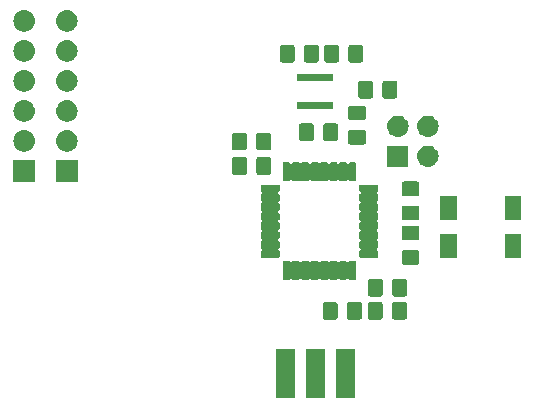
<source format=gts>
G04 #@! TF.GenerationSoftware,KiCad,Pcbnew,(5.1.4)-1*
G04 #@! TF.CreationDate,2021-09-05T23:12:11+02:00*
G04 #@! TF.ProjectId,BME680,424d4536-3830-42e6-9b69-6361645f7063,A*
G04 #@! TF.SameCoordinates,Original*
G04 #@! TF.FileFunction,Soldermask,Top*
G04 #@! TF.FilePolarity,Negative*
%FSLAX46Y46*%
G04 Gerber Fmt 4.6, Leading zero omitted, Abs format (unit mm)*
G04 Created by KiCad (PCBNEW (5.1.4)-1) date 2021-09-05 23:12:11*
%MOMM*%
%LPD*%
G04 APERTURE LIST*
%ADD10C,0.100000*%
G04 APERTURE END LIST*
D10*
G36*
X120773600Y-141036600D02*
G01*
X119147600Y-141036600D01*
X119147600Y-136934600D01*
X120773600Y-136934600D01*
X120773600Y-141036600D01*
X120773600Y-141036600D01*
G37*
G36*
X123313600Y-141036600D02*
G01*
X121687600Y-141036600D01*
X121687600Y-136934600D01*
X123313600Y-136934600D01*
X123313600Y-141036600D01*
X123313600Y-141036600D01*
G37*
G36*
X125853600Y-141036600D02*
G01*
X124227600Y-141036600D01*
X124227600Y-136934600D01*
X125853600Y-136934600D01*
X125853600Y-141036600D01*
X125853600Y-141036600D01*
G37*
G36*
X124216274Y-132930465D02*
G01*
X124253967Y-132941899D01*
X124288703Y-132960466D01*
X124319148Y-132985452D01*
X124344134Y-133015897D01*
X124362701Y-133050633D01*
X124374135Y-133088326D01*
X124378600Y-133133661D01*
X124378600Y-134220339D01*
X124374135Y-134265674D01*
X124362701Y-134303367D01*
X124344134Y-134338103D01*
X124319148Y-134368548D01*
X124288703Y-134393534D01*
X124253967Y-134412101D01*
X124216274Y-134423535D01*
X124170939Y-134428000D01*
X123334261Y-134428000D01*
X123288926Y-134423535D01*
X123251233Y-134412101D01*
X123216497Y-134393534D01*
X123186052Y-134368548D01*
X123161066Y-134338103D01*
X123142499Y-134303367D01*
X123131065Y-134265674D01*
X123126600Y-134220339D01*
X123126600Y-133133661D01*
X123131065Y-133088326D01*
X123142499Y-133050633D01*
X123161066Y-133015897D01*
X123186052Y-132985452D01*
X123216497Y-132960466D01*
X123251233Y-132941899D01*
X123288926Y-132930465D01*
X123334261Y-132926000D01*
X124170939Y-132926000D01*
X124216274Y-132930465D01*
X124216274Y-132930465D01*
G37*
G36*
X126266274Y-132930465D02*
G01*
X126303967Y-132941899D01*
X126338703Y-132960466D01*
X126369148Y-132985452D01*
X126394134Y-133015897D01*
X126412701Y-133050633D01*
X126424135Y-133088326D01*
X126428600Y-133133661D01*
X126428600Y-134220339D01*
X126424135Y-134265674D01*
X126412701Y-134303367D01*
X126394134Y-134338103D01*
X126369148Y-134368548D01*
X126338703Y-134393534D01*
X126303967Y-134412101D01*
X126266274Y-134423535D01*
X126220939Y-134428000D01*
X125384261Y-134428000D01*
X125338926Y-134423535D01*
X125301233Y-134412101D01*
X125266497Y-134393534D01*
X125236052Y-134368548D01*
X125211066Y-134338103D01*
X125192499Y-134303367D01*
X125181065Y-134265674D01*
X125176600Y-134220339D01*
X125176600Y-133133661D01*
X125181065Y-133088326D01*
X125192499Y-133050633D01*
X125211066Y-133015897D01*
X125236052Y-132985452D01*
X125266497Y-132960466D01*
X125301233Y-132941899D01*
X125338926Y-132930465D01*
X125384261Y-132926000D01*
X126220939Y-132926000D01*
X126266274Y-132930465D01*
X126266274Y-132930465D01*
G37*
G36*
X130085274Y-132930465D02*
G01*
X130122967Y-132941899D01*
X130157703Y-132960466D01*
X130188148Y-132985452D01*
X130213134Y-133015897D01*
X130231701Y-133050633D01*
X130243135Y-133088326D01*
X130247600Y-133133661D01*
X130247600Y-134220339D01*
X130243135Y-134265674D01*
X130231701Y-134303367D01*
X130213134Y-134338103D01*
X130188148Y-134368548D01*
X130157703Y-134393534D01*
X130122967Y-134412101D01*
X130085274Y-134423535D01*
X130039939Y-134428000D01*
X129203261Y-134428000D01*
X129157926Y-134423535D01*
X129120233Y-134412101D01*
X129085497Y-134393534D01*
X129055052Y-134368548D01*
X129030066Y-134338103D01*
X129011499Y-134303367D01*
X129000065Y-134265674D01*
X128995600Y-134220339D01*
X128995600Y-133133661D01*
X129000065Y-133088326D01*
X129011499Y-133050633D01*
X129030066Y-133015897D01*
X129055052Y-132985452D01*
X129085497Y-132960466D01*
X129120233Y-132941899D01*
X129157926Y-132930465D01*
X129203261Y-132926000D01*
X130039939Y-132926000D01*
X130085274Y-132930465D01*
X130085274Y-132930465D01*
G37*
G36*
X128035274Y-132930465D02*
G01*
X128072967Y-132941899D01*
X128107703Y-132960466D01*
X128138148Y-132985452D01*
X128163134Y-133015897D01*
X128181701Y-133050633D01*
X128193135Y-133088326D01*
X128197600Y-133133661D01*
X128197600Y-134220339D01*
X128193135Y-134265674D01*
X128181701Y-134303367D01*
X128163134Y-134338103D01*
X128138148Y-134368548D01*
X128107703Y-134393534D01*
X128072967Y-134412101D01*
X128035274Y-134423535D01*
X127989939Y-134428000D01*
X127153261Y-134428000D01*
X127107926Y-134423535D01*
X127070233Y-134412101D01*
X127035497Y-134393534D01*
X127005052Y-134368548D01*
X126980066Y-134338103D01*
X126961499Y-134303367D01*
X126950065Y-134265674D01*
X126945600Y-134220339D01*
X126945600Y-133133661D01*
X126950065Y-133088326D01*
X126961499Y-133050633D01*
X126980066Y-133015897D01*
X127005052Y-132985452D01*
X127035497Y-132960466D01*
X127070233Y-132941899D01*
X127107926Y-132930465D01*
X127153261Y-132926000D01*
X127989939Y-132926000D01*
X128035274Y-132930465D01*
X128035274Y-132930465D01*
G37*
G36*
X130094274Y-130974665D02*
G01*
X130131967Y-130986099D01*
X130166703Y-131004666D01*
X130197148Y-131029652D01*
X130222134Y-131060097D01*
X130240701Y-131094833D01*
X130252135Y-131132526D01*
X130256600Y-131177861D01*
X130256600Y-132264539D01*
X130252135Y-132309874D01*
X130240701Y-132347567D01*
X130222134Y-132382303D01*
X130197148Y-132412748D01*
X130166703Y-132437734D01*
X130131967Y-132456301D01*
X130094274Y-132467735D01*
X130048939Y-132472200D01*
X129212261Y-132472200D01*
X129166926Y-132467735D01*
X129129233Y-132456301D01*
X129094497Y-132437734D01*
X129064052Y-132412748D01*
X129039066Y-132382303D01*
X129020499Y-132347567D01*
X129009065Y-132309874D01*
X129004600Y-132264539D01*
X129004600Y-131177861D01*
X129009065Y-131132526D01*
X129020499Y-131094833D01*
X129039066Y-131060097D01*
X129064052Y-131029652D01*
X129094497Y-131004666D01*
X129129233Y-130986099D01*
X129166926Y-130974665D01*
X129212261Y-130970200D01*
X130048939Y-130970200D01*
X130094274Y-130974665D01*
X130094274Y-130974665D01*
G37*
G36*
X128044274Y-130974665D02*
G01*
X128081967Y-130986099D01*
X128116703Y-131004666D01*
X128147148Y-131029652D01*
X128172134Y-131060097D01*
X128190701Y-131094833D01*
X128202135Y-131132526D01*
X128206600Y-131177861D01*
X128206600Y-132264539D01*
X128202135Y-132309874D01*
X128190701Y-132347567D01*
X128172134Y-132382303D01*
X128147148Y-132412748D01*
X128116703Y-132437734D01*
X128081967Y-132456301D01*
X128044274Y-132467735D01*
X127998939Y-132472200D01*
X127162261Y-132472200D01*
X127116926Y-132467735D01*
X127079233Y-132456301D01*
X127044497Y-132437734D01*
X127014052Y-132412748D01*
X126989066Y-132382303D01*
X126970499Y-132347567D01*
X126959065Y-132309874D01*
X126954600Y-132264539D01*
X126954600Y-131177861D01*
X126959065Y-131132526D01*
X126970499Y-131094833D01*
X126989066Y-131060097D01*
X127014052Y-131029652D01*
X127044497Y-131004666D01*
X127079233Y-130986099D01*
X127116926Y-130974665D01*
X127162261Y-130970200D01*
X127998939Y-130970200D01*
X128044274Y-130974665D01*
X128044274Y-130974665D01*
G37*
G36*
X120280051Y-129468084D02*
G01*
X120296443Y-129473057D01*
X120311555Y-129481134D01*
X120324798Y-129492002D01*
X120335667Y-129505247D01*
X120339761Y-129512906D01*
X120353374Y-129533280D01*
X120370701Y-129550607D01*
X120391076Y-129564221D01*
X120413714Y-129573598D01*
X120437748Y-129578379D01*
X120462252Y-129578379D01*
X120486285Y-129573599D01*
X120508924Y-129564221D01*
X120529298Y-129550608D01*
X120546625Y-129533281D01*
X120560239Y-129512906D01*
X120564333Y-129505247D01*
X120575202Y-129492002D01*
X120588445Y-129481134D01*
X120603557Y-129473057D01*
X120619949Y-129468084D01*
X120643141Y-129465800D01*
X121056859Y-129465800D01*
X121080051Y-129468084D01*
X121096443Y-129473057D01*
X121111555Y-129481134D01*
X121124798Y-129492002D01*
X121135667Y-129505247D01*
X121139761Y-129512906D01*
X121153374Y-129533280D01*
X121170701Y-129550607D01*
X121191076Y-129564221D01*
X121213714Y-129573598D01*
X121237748Y-129578379D01*
X121262252Y-129578379D01*
X121286285Y-129573599D01*
X121308924Y-129564221D01*
X121329298Y-129550608D01*
X121346625Y-129533281D01*
X121360239Y-129512906D01*
X121364333Y-129505247D01*
X121375202Y-129492002D01*
X121388445Y-129481134D01*
X121403557Y-129473057D01*
X121419949Y-129468084D01*
X121443141Y-129465800D01*
X121856859Y-129465800D01*
X121880051Y-129468084D01*
X121896443Y-129473057D01*
X121911555Y-129481134D01*
X121924798Y-129492002D01*
X121935667Y-129505247D01*
X121939761Y-129512906D01*
X121953374Y-129533280D01*
X121970701Y-129550607D01*
X121991076Y-129564221D01*
X122013714Y-129573598D01*
X122037748Y-129578379D01*
X122062252Y-129578379D01*
X122086285Y-129573599D01*
X122108924Y-129564221D01*
X122129298Y-129550608D01*
X122146625Y-129533281D01*
X122160239Y-129512906D01*
X122164333Y-129505247D01*
X122175202Y-129492002D01*
X122188445Y-129481134D01*
X122203557Y-129473057D01*
X122219949Y-129468084D01*
X122243141Y-129465800D01*
X122656859Y-129465800D01*
X122680051Y-129468084D01*
X122696443Y-129473057D01*
X122711555Y-129481134D01*
X122724798Y-129492002D01*
X122735667Y-129505247D01*
X122739761Y-129512906D01*
X122753374Y-129533280D01*
X122770701Y-129550607D01*
X122791076Y-129564221D01*
X122813714Y-129573598D01*
X122837748Y-129578379D01*
X122862252Y-129578379D01*
X122886285Y-129573599D01*
X122908924Y-129564221D01*
X122929298Y-129550608D01*
X122946625Y-129533281D01*
X122960239Y-129512906D01*
X122964333Y-129505247D01*
X122975202Y-129492002D01*
X122988445Y-129481134D01*
X123003557Y-129473057D01*
X123019949Y-129468084D01*
X123043141Y-129465800D01*
X123456859Y-129465800D01*
X123480051Y-129468084D01*
X123496443Y-129473057D01*
X123511555Y-129481134D01*
X123524798Y-129492002D01*
X123535667Y-129505247D01*
X123539761Y-129512906D01*
X123553374Y-129533280D01*
X123570701Y-129550607D01*
X123591076Y-129564221D01*
X123613714Y-129573598D01*
X123637748Y-129578379D01*
X123662252Y-129578379D01*
X123686285Y-129573599D01*
X123708924Y-129564221D01*
X123729298Y-129550608D01*
X123746625Y-129533281D01*
X123760239Y-129512906D01*
X123764333Y-129505247D01*
X123775202Y-129492002D01*
X123788445Y-129481134D01*
X123803557Y-129473057D01*
X123819949Y-129468084D01*
X123843141Y-129465800D01*
X124256859Y-129465800D01*
X124280051Y-129468084D01*
X124296443Y-129473057D01*
X124311555Y-129481134D01*
X124324798Y-129492002D01*
X124335667Y-129505247D01*
X124339761Y-129512906D01*
X124353374Y-129533280D01*
X124370701Y-129550607D01*
X124391076Y-129564221D01*
X124413714Y-129573598D01*
X124437748Y-129578379D01*
X124462252Y-129578379D01*
X124486285Y-129573599D01*
X124508924Y-129564221D01*
X124529298Y-129550608D01*
X124546625Y-129533281D01*
X124560239Y-129512906D01*
X124564333Y-129505247D01*
X124575202Y-129492002D01*
X124588445Y-129481134D01*
X124603557Y-129473057D01*
X124619949Y-129468084D01*
X124643141Y-129465800D01*
X125056859Y-129465800D01*
X125080051Y-129468084D01*
X125096443Y-129473057D01*
X125111555Y-129481134D01*
X125124798Y-129492002D01*
X125135667Y-129505247D01*
X125139761Y-129512906D01*
X125153374Y-129533280D01*
X125170701Y-129550607D01*
X125191076Y-129564221D01*
X125213714Y-129573598D01*
X125237748Y-129578379D01*
X125262252Y-129578379D01*
X125286285Y-129573599D01*
X125308924Y-129564221D01*
X125329298Y-129550608D01*
X125346625Y-129533281D01*
X125360239Y-129512906D01*
X125364333Y-129505247D01*
X125375202Y-129492002D01*
X125388445Y-129481134D01*
X125403557Y-129473057D01*
X125419949Y-129468084D01*
X125443141Y-129465800D01*
X125856859Y-129465800D01*
X125880051Y-129468084D01*
X125896443Y-129473057D01*
X125911555Y-129481134D01*
X125924798Y-129492002D01*
X125935666Y-129505245D01*
X125943743Y-129520357D01*
X125948716Y-129536749D01*
X125951000Y-129559941D01*
X125951000Y-130973659D01*
X125948716Y-130996851D01*
X125943743Y-131013243D01*
X125935666Y-131028355D01*
X125924798Y-131041598D01*
X125911555Y-131052466D01*
X125896443Y-131060543D01*
X125880051Y-131065516D01*
X125856859Y-131067800D01*
X125443141Y-131067800D01*
X125419949Y-131065516D01*
X125403557Y-131060543D01*
X125388445Y-131052466D01*
X125375202Y-131041598D01*
X125364333Y-131028353D01*
X125360239Y-131020694D01*
X125346626Y-131000320D01*
X125329299Y-130982993D01*
X125308924Y-130969379D01*
X125286286Y-130960002D01*
X125262252Y-130955221D01*
X125237748Y-130955221D01*
X125213715Y-130960001D01*
X125191076Y-130969379D01*
X125170702Y-130982992D01*
X125153375Y-131000319D01*
X125139761Y-131020694D01*
X125135667Y-131028353D01*
X125124798Y-131041598D01*
X125111555Y-131052466D01*
X125096443Y-131060543D01*
X125080051Y-131065516D01*
X125056859Y-131067800D01*
X124643141Y-131067800D01*
X124619949Y-131065516D01*
X124603557Y-131060543D01*
X124588445Y-131052466D01*
X124575202Y-131041598D01*
X124564333Y-131028353D01*
X124560239Y-131020694D01*
X124546626Y-131000320D01*
X124529299Y-130982993D01*
X124508924Y-130969379D01*
X124486286Y-130960002D01*
X124462252Y-130955221D01*
X124437748Y-130955221D01*
X124413715Y-130960001D01*
X124391076Y-130969379D01*
X124370702Y-130982992D01*
X124353375Y-131000319D01*
X124339761Y-131020694D01*
X124335667Y-131028353D01*
X124324798Y-131041598D01*
X124311555Y-131052466D01*
X124296443Y-131060543D01*
X124280051Y-131065516D01*
X124256859Y-131067800D01*
X123843141Y-131067800D01*
X123819949Y-131065516D01*
X123803557Y-131060543D01*
X123788445Y-131052466D01*
X123775202Y-131041598D01*
X123764333Y-131028353D01*
X123760239Y-131020694D01*
X123746626Y-131000320D01*
X123729299Y-130982993D01*
X123708924Y-130969379D01*
X123686286Y-130960002D01*
X123662252Y-130955221D01*
X123637748Y-130955221D01*
X123613715Y-130960001D01*
X123591076Y-130969379D01*
X123570702Y-130982992D01*
X123553375Y-131000319D01*
X123539761Y-131020694D01*
X123535667Y-131028353D01*
X123524798Y-131041598D01*
X123511555Y-131052466D01*
X123496443Y-131060543D01*
X123480051Y-131065516D01*
X123456859Y-131067800D01*
X123043141Y-131067800D01*
X123019949Y-131065516D01*
X123003557Y-131060543D01*
X122988445Y-131052466D01*
X122975202Y-131041598D01*
X122964333Y-131028353D01*
X122960239Y-131020694D01*
X122946626Y-131000320D01*
X122929299Y-130982993D01*
X122908924Y-130969379D01*
X122886286Y-130960002D01*
X122862252Y-130955221D01*
X122837748Y-130955221D01*
X122813715Y-130960001D01*
X122791076Y-130969379D01*
X122770702Y-130982992D01*
X122753375Y-131000319D01*
X122739761Y-131020694D01*
X122735667Y-131028353D01*
X122724798Y-131041598D01*
X122711555Y-131052466D01*
X122696443Y-131060543D01*
X122680051Y-131065516D01*
X122656859Y-131067800D01*
X122243141Y-131067800D01*
X122219949Y-131065516D01*
X122203557Y-131060543D01*
X122188445Y-131052466D01*
X122175202Y-131041598D01*
X122164333Y-131028353D01*
X122160239Y-131020694D01*
X122146626Y-131000320D01*
X122129299Y-130982993D01*
X122108924Y-130969379D01*
X122086286Y-130960002D01*
X122062252Y-130955221D01*
X122037748Y-130955221D01*
X122013715Y-130960001D01*
X121991076Y-130969379D01*
X121970702Y-130982992D01*
X121953375Y-131000319D01*
X121939761Y-131020694D01*
X121935667Y-131028353D01*
X121924798Y-131041598D01*
X121911555Y-131052466D01*
X121896443Y-131060543D01*
X121880051Y-131065516D01*
X121856859Y-131067800D01*
X121443141Y-131067800D01*
X121419949Y-131065516D01*
X121403557Y-131060543D01*
X121388445Y-131052466D01*
X121375202Y-131041598D01*
X121364333Y-131028353D01*
X121360239Y-131020694D01*
X121346626Y-131000320D01*
X121329299Y-130982993D01*
X121308924Y-130969379D01*
X121286286Y-130960002D01*
X121262252Y-130955221D01*
X121237748Y-130955221D01*
X121213715Y-130960001D01*
X121191076Y-130969379D01*
X121170702Y-130982992D01*
X121153375Y-131000319D01*
X121139761Y-131020694D01*
X121135667Y-131028353D01*
X121124798Y-131041598D01*
X121111555Y-131052466D01*
X121096443Y-131060543D01*
X121080051Y-131065516D01*
X121056859Y-131067800D01*
X120643141Y-131067800D01*
X120619949Y-131065516D01*
X120603557Y-131060543D01*
X120588445Y-131052466D01*
X120575202Y-131041598D01*
X120564333Y-131028353D01*
X120560239Y-131020694D01*
X120546626Y-131000320D01*
X120529299Y-130982993D01*
X120508924Y-130969379D01*
X120486286Y-130960002D01*
X120462252Y-130955221D01*
X120437748Y-130955221D01*
X120413715Y-130960001D01*
X120391076Y-130969379D01*
X120370702Y-130982992D01*
X120353375Y-131000319D01*
X120339761Y-131020694D01*
X120335667Y-131028353D01*
X120324798Y-131041598D01*
X120311555Y-131052466D01*
X120296443Y-131060543D01*
X120280051Y-131065516D01*
X120256859Y-131067800D01*
X119843141Y-131067800D01*
X119819949Y-131065516D01*
X119803557Y-131060543D01*
X119788445Y-131052466D01*
X119775202Y-131041598D01*
X119764334Y-131028355D01*
X119756257Y-131013243D01*
X119751284Y-130996851D01*
X119749000Y-130973659D01*
X119749000Y-129559941D01*
X119751284Y-129536749D01*
X119756257Y-129520357D01*
X119764334Y-129505245D01*
X119775202Y-129492002D01*
X119788445Y-129481134D01*
X119803557Y-129473057D01*
X119819949Y-129468084D01*
X119843141Y-129465800D01*
X120256859Y-129465800D01*
X120280051Y-129468084D01*
X120280051Y-129468084D01*
G37*
G36*
X131141074Y-128526865D02*
G01*
X131178767Y-128538299D01*
X131213503Y-128556866D01*
X131243948Y-128581852D01*
X131268934Y-128612297D01*
X131287501Y-128647033D01*
X131298935Y-128684726D01*
X131303400Y-128730061D01*
X131303400Y-129566739D01*
X131298935Y-129612074D01*
X131287501Y-129649767D01*
X131268934Y-129684503D01*
X131243948Y-129714948D01*
X131213503Y-129739934D01*
X131178767Y-129758501D01*
X131141074Y-129769935D01*
X131095739Y-129774400D01*
X130009061Y-129774400D01*
X129963726Y-129769935D01*
X129926033Y-129758501D01*
X129891297Y-129739934D01*
X129860852Y-129714948D01*
X129835866Y-129684503D01*
X129817299Y-129649767D01*
X129805865Y-129612074D01*
X129801400Y-129566739D01*
X129801400Y-128730061D01*
X129805865Y-128684726D01*
X129817299Y-128647033D01*
X129835866Y-128612297D01*
X129860852Y-128581852D01*
X129891297Y-128556866D01*
X129926033Y-128538299D01*
X129963726Y-128526865D01*
X130009061Y-128522400D01*
X131095739Y-128522400D01*
X131141074Y-128526865D01*
X131141074Y-128526865D01*
G37*
G36*
X119405051Y-122993084D02*
G01*
X119421443Y-122998057D01*
X119436555Y-123006134D01*
X119449798Y-123017002D01*
X119460666Y-123030245D01*
X119468743Y-123045357D01*
X119473716Y-123061749D01*
X119476000Y-123084941D01*
X119476000Y-123498659D01*
X119473716Y-123521851D01*
X119468743Y-123538243D01*
X119460666Y-123553355D01*
X119449798Y-123566598D01*
X119436553Y-123577467D01*
X119428894Y-123581561D01*
X119408520Y-123595174D01*
X119391193Y-123612501D01*
X119377579Y-123632876D01*
X119368202Y-123655514D01*
X119363421Y-123679548D01*
X119363421Y-123704052D01*
X119368201Y-123728085D01*
X119377579Y-123750724D01*
X119391192Y-123771098D01*
X119408519Y-123788425D01*
X119428894Y-123802039D01*
X119436553Y-123806133D01*
X119449798Y-123817002D01*
X119460666Y-123830245D01*
X119468743Y-123845357D01*
X119473716Y-123861749D01*
X119476000Y-123884941D01*
X119476000Y-124298659D01*
X119473716Y-124321851D01*
X119468743Y-124338243D01*
X119460666Y-124353355D01*
X119449798Y-124366598D01*
X119436553Y-124377467D01*
X119428894Y-124381561D01*
X119408520Y-124395174D01*
X119391193Y-124412501D01*
X119377579Y-124432876D01*
X119368202Y-124455514D01*
X119363421Y-124479548D01*
X119363421Y-124504052D01*
X119368201Y-124528085D01*
X119377579Y-124550724D01*
X119391192Y-124571098D01*
X119408519Y-124588425D01*
X119428894Y-124602039D01*
X119436553Y-124606133D01*
X119449798Y-124617002D01*
X119460666Y-124630245D01*
X119468743Y-124645357D01*
X119473716Y-124661749D01*
X119476000Y-124684941D01*
X119476000Y-125098659D01*
X119473716Y-125121851D01*
X119468743Y-125138243D01*
X119460666Y-125153355D01*
X119449798Y-125166598D01*
X119436553Y-125177467D01*
X119428894Y-125181561D01*
X119408520Y-125195174D01*
X119391193Y-125212501D01*
X119377579Y-125232876D01*
X119368202Y-125255514D01*
X119363421Y-125279548D01*
X119363421Y-125304052D01*
X119368201Y-125328085D01*
X119377579Y-125350724D01*
X119391192Y-125371098D01*
X119408519Y-125388425D01*
X119428894Y-125402039D01*
X119436553Y-125406133D01*
X119449798Y-125417002D01*
X119460666Y-125430245D01*
X119468743Y-125445357D01*
X119473716Y-125461749D01*
X119476000Y-125484941D01*
X119476000Y-125898659D01*
X119473716Y-125921851D01*
X119468743Y-125938243D01*
X119460666Y-125953355D01*
X119449798Y-125966598D01*
X119436553Y-125977467D01*
X119428894Y-125981561D01*
X119408520Y-125995174D01*
X119391193Y-126012501D01*
X119377579Y-126032876D01*
X119368202Y-126055514D01*
X119363421Y-126079548D01*
X119363421Y-126104052D01*
X119368201Y-126128085D01*
X119377579Y-126150724D01*
X119391192Y-126171098D01*
X119408519Y-126188425D01*
X119428894Y-126202039D01*
X119436553Y-126206133D01*
X119449798Y-126217002D01*
X119460666Y-126230245D01*
X119468743Y-126245357D01*
X119473716Y-126261749D01*
X119476000Y-126284941D01*
X119476000Y-126698659D01*
X119473716Y-126721851D01*
X119468743Y-126738243D01*
X119460666Y-126753355D01*
X119449798Y-126766598D01*
X119436553Y-126777467D01*
X119428894Y-126781561D01*
X119408520Y-126795174D01*
X119391193Y-126812501D01*
X119377579Y-126832876D01*
X119368202Y-126855514D01*
X119363421Y-126879548D01*
X119363421Y-126904052D01*
X119368201Y-126928085D01*
X119377579Y-126950724D01*
X119391192Y-126971098D01*
X119408519Y-126988425D01*
X119428894Y-127002039D01*
X119436553Y-127006133D01*
X119449798Y-127017002D01*
X119460666Y-127030245D01*
X119468743Y-127045357D01*
X119473716Y-127061749D01*
X119476000Y-127084941D01*
X119476000Y-127498659D01*
X119473716Y-127521851D01*
X119468743Y-127538243D01*
X119460666Y-127553355D01*
X119449798Y-127566598D01*
X119436553Y-127577467D01*
X119428894Y-127581561D01*
X119408520Y-127595174D01*
X119391193Y-127612501D01*
X119377579Y-127632876D01*
X119368202Y-127655514D01*
X119363421Y-127679548D01*
X119363421Y-127704052D01*
X119368201Y-127728085D01*
X119377579Y-127750724D01*
X119391192Y-127771098D01*
X119408519Y-127788425D01*
X119428894Y-127802039D01*
X119436553Y-127806133D01*
X119449798Y-127817002D01*
X119460666Y-127830245D01*
X119468743Y-127845357D01*
X119473716Y-127861749D01*
X119476000Y-127884941D01*
X119476000Y-128298659D01*
X119473716Y-128321851D01*
X119468743Y-128338243D01*
X119460666Y-128353355D01*
X119449798Y-128366598D01*
X119436553Y-128377467D01*
X119428894Y-128381561D01*
X119408520Y-128395174D01*
X119391193Y-128412501D01*
X119377579Y-128432876D01*
X119368202Y-128455514D01*
X119363421Y-128479548D01*
X119363421Y-128504052D01*
X119368201Y-128528085D01*
X119377579Y-128550724D01*
X119391192Y-128571098D01*
X119408519Y-128588425D01*
X119428894Y-128602039D01*
X119436553Y-128606133D01*
X119449798Y-128617002D01*
X119460666Y-128630245D01*
X119468743Y-128645357D01*
X119473716Y-128661749D01*
X119476000Y-128684941D01*
X119476000Y-129098659D01*
X119473716Y-129121851D01*
X119468743Y-129138243D01*
X119460666Y-129153355D01*
X119449798Y-129166598D01*
X119436555Y-129177466D01*
X119421443Y-129185543D01*
X119405051Y-129190516D01*
X119381859Y-129192800D01*
X117968141Y-129192800D01*
X117944949Y-129190516D01*
X117928557Y-129185543D01*
X117913445Y-129177466D01*
X117900202Y-129166598D01*
X117889334Y-129153355D01*
X117881257Y-129138243D01*
X117876284Y-129121851D01*
X117874000Y-129098659D01*
X117874000Y-128684941D01*
X117876284Y-128661749D01*
X117881257Y-128645357D01*
X117889334Y-128630245D01*
X117900202Y-128617002D01*
X117913447Y-128606133D01*
X117921106Y-128602039D01*
X117941480Y-128588426D01*
X117958807Y-128571099D01*
X117972421Y-128550724D01*
X117981798Y-128528086D01*
X117986579Y-128504052D01*
X117986579Y-128479548D01*
X117981799Y-128455515D01*
X117972421Y-128432876D01*
X117958808Y-128412502D01*
X117941481Y-128395175D01*
X117921106Y-128381561D01*
X117913447Y-128377467D01*
X117900202Y-128366598D01*
X117889334Y-128353355D01*
X117881257Y-128338243D01*
X117876284Y-128321851D01*
X117874000Y-128298659D01*
X117874000Y-127884941D01*
X117876284Y-127861749D01*
X117881257Y-127845357D01*
X117889334Y-127830245D01*
X117900202Y-127817002D01*
X117913447Y-127806133D01*
X117921106Y-127802039D01*
X117941480Y-127788426D01*
X117958807Y-127771099D01*
X117972421Y-127750724D01*
X117981798Y-127728086D01*
X117986579Y-127704052D01*
X117986579Y-127679548D01*
X117981799Y-127655515D01*
X117972421Y-127632876D01*
X117958808Y-127612502D01*
X117941481Y-127595175D01*
X117921106Y-127581561D01*
X117913447Y-127577467D01*
X117900202Y-127566598D01*
X117889334Y-127553355D01*
X117881257Y-127538243D01*
X117876284Y-127521851D01*
X117874000Y-127498659D01*
X117874000Y-127084941D01*
X117876284Y-127061749D01*
X117881257Y-127045357D01*
X117889334Y-127030245D01*
X117900202Y-127017002D01*
X117913447Y-127006133D01*
X117921106Y-127002039D01*
X117941480Y-126988426D01*
X117958807Y-126971099D01*
X117972421Y-126950724D01*
X117981798Y-126928086D01*
X117986579Y-126904052D01*
X117986579Y-126879548D01*
X117981799Y-126855515D01*
X117972421Y-126832876D01*
X117958808Y-126812502D01*
X117941481Y-126795175D01*
X117921106Y-126781561D01*
X117913447Y-126777467D01*
X117900202Y-126766598D01*
X117889334Y-126753355D01*
X117881257Y-126738243D01*
X117876284Y-126721851D01*
X117874000Y-126698659D01*
X117874000Y-126284941D01*
X117876284Y-126261749D01*
X117881257Y-126245357D01*
X117889334Y-126230245D01*
X117900202Y-126217002D01*
X117913447Y-126206133D01*
X117921106Y-126202039D01*
X117941480Y-126188426D01*
X117958807Y-126171099D01*
X117972421Y-126150724D01*
X117981798Y-126128086D01*
X117986579Y-126104052D01*
X117986579Y-126079548D01*
X117981799Y-126055515D01*
X117972421Y-126032876D01*
X117958808Y-126012502D01*
X117941481Y-125995175D01*
X117921106Y-125981561D01*
X117913447Y-125977467D01*
X117900202Y-125966598D01*
X117889334Y-125953355D01*
X117881257Y-125938243D01*
X117876284Y-125921851D01*
X117874000Y-125898659D01*
X117874000Y-125484941D01*
X117876284Y-125461749D01*
X117881257Y-125445357D01*
X117889334Y-125430245D01*
X117900202Y-125417002D01*
X117913447Y-125406133D01*
X117921106Y-125402039D01*
X117941480Y-125388426D01*
X117958807Y-125371099D01*
X117972421Y-125350724D01*
X117981798Y-125328086D01*
X117986579Y-125304052D01*
X117986579Y-125279548D01*
X117981799Y-125255515D01*
X117972421Y-125232876D01*
X117958808Y-125212502D01*
X117941481Y-125195175D01*
X117921106Y-125181561D01*
X117913447Y-125177467D01*
X117900202Y-125166598D01*
X117889334Y-125153355D01*
X117881257Y-125138243D01*
X117876284Y-125121851D01*
X117874000Y-125098659D01*
X117874000Y-124684941D01*
X117876284Y-124661749D01*
X117881257Y-124645357D01*
X117889334Y-124630245D01*
X117900202Y-124617002D01*
X117913447Y-124606133D01*
X117921106Y-124602039D01*
X117941480Y-124588426D01*
X117958807Y-124571099D01*
X117972421Y-124550724D01*
X117981798Y-124528086D01*
X117986579Y-124504052D01*
X117986579Y-124479548D01*
X117981799Y-124455515D01*
X117972421Y-124432876D01*
X117958808Y-124412502D01*
X117941481Y-124395175D01*
X117921106Y-124381561D01*
X117913447Y-124377467D01*
X117900202Y-124366598D01*
X117889334Y-124353355D01*
X117881257Y-124338243D01*
X117876284Y-124321851D01*
X117874000Y-124298659D01*
X117874000Y-123884941D01*
X117876284Y-123861749D01*
X117881257Y-123845357D01*
X117889334Y-123830245D01*
X117900202Y-123817002D01*
X117913447Y-123806133D01*
X117921106Y-123802039D01*
X117941480Y-123788426D01*
X117958807Y-123771099D01*
X117972421Y-123750724D01*
X117981798Y-123728086D01*
X117986579Y-123704052D01*
X117986579Y-123679548D01*
X117981799Y-123655515D01*
X117972421Y-123632876D01*
X117958808Y-123612502D01*
X117941481Y-123595175D01*
X117921106Y-123581561D01*
X117913447Y-123577467D01*
X117900202Y-123566598D01*
X117889334Y-123553355D01*
X117881257Y-123538243D01*
X117876284Y-123521851D01*
X117874000Y-123498659D01*
X117874000Y-123084941D01*
X117876284Y-123061749D01*
X117881257Y-123045357D01*
X117889334Y-123030245D01*
X117900202Y-123017002D01*
X117913445Y-123006134D01*
X117928557Y-122998057D01*
X117944949Y-122993084D01*
X117968141Y-122990800D01*
X119381859Y-122990800D01*
X119405051Y-122993084D01*
X119405051Y-122993084D01*
G37*
G36*
X127755051Y-122993084D02*
G01*
X127771443Y-122998057D01*
X127786555Y-123006134D01*
X127799798Y-123017002D01*
X127810666Y-123030245D01*
X127818743Y-123045357D01*
X127823716Y-123061749D01*
X127826000Y-123084941D01*
X127826000Y-123498659D01*
X127823716Y-123521851D01*
X127818743Y-123538243D01*
X127810666Y-123553355D01*
X127799798Y-123566598D01*
X127786553Y-123577467D01*
X127778894Y-123581561D01*
X127758520Y-123595174D01*
X127741193Y-123612501D01*
X127727579Y-123632876D01*
X127718202Y-123655514D01*
X127713421Y-123679548D01*
X127713421Y-123704052D01*
X127718201Y-123728085D01*
X127727579Y-123750724D01*
X127741192Y-123771098D01*
X127758519Y-123788425D01*
X127778894Y-123802039D01*
X127786553Y-123806133D01*
X127799798Y-123817002D01*
X127810666Y-123830245D01*
X127818743Y-123845357D01*
X127823716Y-123861749D01*
X127826000Y-123884941D01*
X127826000Y-124298659D01*
X127823716Y-124321851D01*
X127818743Y-124338243D01*
X127810666Y-124353355D01*
X127799798Y-124366598D01*
X127786553Y-124377467D01*
X127778894Y-124381561D01*
X127758520Y-124395174D01*
X127741193Y-124412501D01*
X127727579Y-124432876D01*
X127718202Y-124455514D01*
X127713421Y-124479548D01*
X127713421Y-124504052D01*
X127718201Y-124528085D01*
X127727579Y-124550724D01*
X127741192Y-124571098D01*
X127758519Y-124588425D01*
X127778894Y-124602039D01*
X127786553Y-124606133D01*
X127799798Y-124617002D01*
X127810666Y-124630245D01*
X127818743Y-124645357D01*
X127823716Y-124661749D01*
X127826000Y-124684941D01*
X127826000Y-125098659D01*
X127823716Y-125121851D01*
X127818743Y-125138243D01*
X127810666Y-125153355D01*
X127799798Y-125166598D01*
X127786553Y-125177467D01*
X127778894Y-125181561D01*
X127758520Y-125195174D01*
X127741193Y-125212501D01*
X127727579Y-125232876D01*
X127718202Y-125255514D01*
X127713421Y-125279548D01*
X127713421Y-125304052D01*
X127718201Y-125328085D01*
X127727579Y-125350724D01*
X127741192Y-125371098D01*
X127758519Y-125388425D01*
X127778894Y-125402039D01*
X127786553Y-125406133D01*
X127799798Y-125417002D01*
X127810666Y-125430245D01*
X127818743Y-125445357D01*
X127823716Y-125461749D01*
X127826000Y-125484941D01*
X127826000Y-125898659D01*
X127823716Y-125921851D01*
X127818743Y-125938243D01*
X127810666Y-125953355D01*
X127799798Y-125966598D01*
X127786553Y-125977467D01*
X127778894Y-125981561D01*
X127758520Y-125995174D01*
X127741193Y-126012501D01*
X127727579Y-126032876D01*
X127718202Y-126055514D01*
X127713421Y-126079548D01*
X127713421Y-126104052D01*
X127718201Y-126128085D01*
X127727579Y-126150724D01*
X127741192Y-126171098D01*
X127758519Y-126188425D01*
X127778894Y-126202039D01*
X127786553Y-126206133D01*
X127799798Y-126217002D01*
X127810666Y-126230245D01*
X127818743Y-126245357D01*
X127823716Y-126261749D01*
X127826000Y-126284941D01*
X127826000Y-126698659D01*
X127823716Y-126721851D01*
X127818743Y-126738243D01*
X127810666Y-126753355D01*
X127799798Y-126766598D01*
X127786553Y-126777467D01*
X127778894Y-126781561D01*
X127758520Y-126795174D01*
X127741193Y-126812501D01*
X127727579Y-126832876D01*
X127718202Y-126855514D01*
X127713421Y-126879548D01*
X127713421Y-126904052D01*
X127718201Y-126928085D01*
X127727579Y-126950724D01*
X127741192Y-126971098D01*
X127758519Y-126988425D01*
X127778894Y-127002039D01*
X127786553Y-127006133D01*
X127799798Y-127017002D01*
X127810666Y-127030245D01*
X127818743Y-127045357D01*
X127823716Y-127061749D01*
X127826000Y-127084941D01*
X127826000Y-127498659D01*
X127823716Y-127521851D01*
X127818743Y-127538243D01*
X127810666Y-127553355D01*
X127799798Y-127566598D01*
X127786553Y-127577467D01*
X127778894Y-127581561D01*
X127758520Y-127595174D01*
X127741193Y-127612501D01*
X127727579Y-127632876D01*
X127718202Y-127655514D01*
X127713421Y-127679548D01*
X127713421Y-127704052D01*
X127718201Y-127728085D01*
X127727579Y-127750724D01*
X127741192Y-127771098D01*
X127758519Y-127788425D01*
X127778894Y-127802039D01*
X127786553Y-127806133D01*
X127799798Y-127817002D01*
X127810666Y-127830245D01*
X127818743Y-127845357D01*
X127823716Y-127861749D01*
X127826000Y-127884941D01*
X127826000Y-128298659D01*
X127823716Y-128321851D01*
X127818743Y-128338243D01*
X127810666Y-128353355D01*
X127799798Y-128366598D01*
X127786553Y-128377467D01*
X127778894Y-128381561D01*
X127758520Y-128395174D01*
X127741193Y-128412501D01*
X127727579Y-128432876D01*
X127718202Y-128455514D01*
X127713421Y-128479548D01*
X127713421Y-128504052D01*
X127718201Y-128528085D01*
X127727579Y-128550724D01*
X127741192Y-128571098D01*
X127758519Y-128588425D01*
X127778894Y-128602039D01*
X127786553Y-128606133D01*
X127799798Y-128617002D01*
X127810666Y-128630245D01*
X127818743Y-128645357D01*
X127823716Y-128661749D01*
X127826000Y-128684941D01*
X127826000Y-129098659D01*
X127823716Y-129121851D01*
X127818743Y-129138243D01*
X127810666Y-129153355D01*
X127799798Y-129166598D01*
X127786555Y-129177466D01*
X127771443Y-129185543D01*
X127755051Y-129190516D01*
X127731859Y-129192800D01*
X126318141Y-129192800D01*
X126294949Y-129190516D01*
X126278557Y-129185543D01*
X126263445Y-129177466D01*
X126250202Y-129166598D01*
X126239334Y-129153355D01*
X126231257Y-129138243D01*
X126226284Y-129121851D01*
X126224000Y-129098659D01*
X126224000Y-128684941D01*
X126226284Y-128661749D01*
X126231257Y-128645357D01*
X126239334Y-128630245D01*
X126250202Y-128617002D01*
X126263447Y-128606133D01*
X126271106Y-128602039D01*
X126291480Y-128588426D01*
X126308807Y-128571099D01*
X126322421Y-128550724D01*
X126331798Y-128528086D01*
X126336579Y-128504052D01*
X126336579Y-128479548D01*
X126331799Y-128455515D01*
X126322421Y-128432876D01*
X126308808Y-128412502D01*
X126291481Y-128395175D01*
X126271106Y-128381561D01*
X126263447Y-128377467D01*
X126250202Y-128366598D01*
X126239334Y-128353355D01*
X126231257Y-128338243D01*
X126226284Y-128321851D01*
X126224000Y-128298659D01*
X126224000Y-127884941D01*
X126226284Y-127861749D01*
X126231257Y-127845357D01*
X126239334Y-127830245D01*
X126250202Y-127817002D01*
X126263447Y-127806133D01*
X126271106Y-127802039D01*
X126291480Y-127788426D01*
X126308807Y-127771099D01*
X126322421Y-127750724D01*
X126331798Y-127728086D01*
X126336579Y-127704052D01*
X126336579Y-127679548D01*
X126331799Y-127655515D01*
X126322421Y-127632876D01*
X126308808Y-127612502D01*
X126291481Y-127595175D01*
X126271106Y-127581561D01*
X126263447Y-127577467D01*
X126250202Y-127566598D01*
X126239334Y-127553355D01*
X126231257Y-127538243D01*
X126226284Y-127521851D01*
X126224000Y-127498659D01*
X126224000Y-127084941D01*
X126226284Y-127061749D01*
X126231257Y-127045357D01*
X126239334Y-127030245D01*
X126250202Y-127017002D01*
X126263447Y-127006133D01*
X126271106Y-127002039D01*
X126291480Y-126988426D01*
X126308807Y-126971099D01*
X126322421Y-126950724D01*
X126331798Y-126928086D01*
X126336579Y-126904052D01*
X126336579Y-126879548D01*
X126331799Y-126855515D01*
X126322421Y-126832876D01*
X126308808Y-126812502D01*
X126291481Y-126795175D01*
X126271106Y-126781561D01*
X126263447Y-126777467D01*
X126250202Y-126766598D01*
X126239334Y-126753355D01*
X126231257Y-126738243D01*
X126226284Y-126721851D01*
X126224000Y-126698659D01*
X126224000Y-126284941D01*
X126226284Y-126261749D01*
X126231257Y-126245357D01*
X126239334Y-126230245D01*
X126250202Y-126217002D01*
X126263447Y-126206133D01*
X126271106Y-126202039D01*
X126291480Y-126188426D01*
X126308807Y-126171099D01*
X126322421Y-126150724D01*
X126331798Y-126128086D01*
X126336579Y-126104052D01*
X126336579Y-126079548D01*
X126331799Y-126055515D01*
X126322421Y-126032876D01*
X126308808Y-126012502D01*
X126291481Y-125995175D01*
X126271106Y-125981561D01*
X126263447Y-125977467D01*
X126250202Y-125966598D01*
X126239334Y-125953355D01*
X126231257Y-125938243D01*
X126226284Y-125921851D01*
X126224000Y-125898659D01*
X126224000Y-125484941D01*
X126226284Y-125461749D01*
X126231257Y-125445357D01*
X126239334Y-125430245D01*
X126250202Y-125417002D01*
X126263447Y-125406133D01*
X126271106Y-125402039D01*
X126291480Y-125388426D01*
X126308807Y-125371099D01*
X126322421Y-125350724D01*
X126331798Y-125328086D01*
X126336579Y-125304052D01*
X126336579Y-125279548D01*
X126331799Y-125255515D01*
X126322421Y-125232876D01*
X126308808Y-125212502D01*
X126291481Y-125195175D01*
X126271106Y-125181561D01*
X126263447Y-125177467D01*
X126250202Y-125166598D01*
X126239334Y-125153355D01*
X126231257Y-125138243D01*
X126226284Y-125121851D01*
X126224000Y-125098659D01*
X126224000Y-124684941D01*
X126226284Y-124661749D01*
X126231257Y-124645357D01*
X126239334Y-124630245D01*
X126250202Y-124617002D01*
X126263447Y-124606133D01*
X126271106Y-124602039D01*
X126291480Y-124588426D01*
X126308807Y-124571099D01*
X126322421Y-124550724D01*
X126331798Y-124528086D01*
X126336579Y-124504052D01*
X126336579Y-124479548D01*
X126331799Y-124455515D01*
X126322421Y-124432876D01*
X126308808Y-124412502D01*
X126291481Y-124395175D01*
X126271106Y-124381561D01*
X126263447Y-124377467D01*
X126250202Y-124366598D01*
X126239334Y-124353355D01*
X126231257Y-124338243D01*
X126226284Y-124321851D01*
X126224000Y-124298659D01*
X126224000Y-123884941D01*
X126226284Y-123861749D01*
X126231257Y-123845357D01*
X126239334Y-123830245D01*
X126250202Y-123817002D01*
X126263447Y-123806133D01*
X126271106Y-123802039D01*
X126291480Y-123788426D01*
X126308807Y-123771099D01*
X126322421Y-123750724D01*
X126331798Y-123728086D01*
X126336579Y-123704052D01*
X126336579Y-123679548D01*
X126331799Y-123655515D01*
X126322421Y-123632876D01*
X126308808Y-123612502D01*
X126291481Y-123595175D01*
X126271106Y-123581561D01*
X126263447Y-123577467D01*
X126250202Y-123566598D01*
X126239334Y-123553355D01*
X126231257Y-123538243D01*
X126226284Y-123521851D01*
X126224000Y-123498659D01*
X126224000Y-123084941D01*
X126226284Y-123061749D01*
X126231257Y-123045357D01*
X126239334Y-123030245D01*
X126250202Y-123017002D01*
X126263445Y-123006134D01*
X126278557Y-122998057D01*
X126294949Y-122993084D01*
X126318141Y-122990800D01*
X127731859Y-122990800D01*
X127755051Y-122993084D01*
X127755051Y-122993084D01*
G37*
G36*
X139953800Y-129191200D02*
G01*
X138551800Y-129191200D01*
X138551800Y-127189200D01*
X139953800Y-127189200D01*
X139953800Y-129191200D01*
X139953800Y-129191200D01*
G37*
G36*
X134453800Y-129191200D02*
G01*
X133051800Y-129191200D01*
X133051800Y-127189200D01*
X134453800Y-127189200D01*
X134453800Y-129191200D01*
X134453800Y-129191200D01*
G37*
G36*
X131141074Y-126476865D02*
G01*
X131178767Y-126488299D01*
X131213503Y-126506866D01*
X131243948Y-126531852D01*
X131268934Y-126562297D01*
X131287501Y-126597033D01*
X131298935Y-126634726D01*
X131303400Y-126680061D01*
X131303400Y-127516739D01*
X131298935Y-127562074D01*
X131287501Y-127599767D01*
X131268934Y-127634503D01*
X131243948Y-127664948D01*
X131213503Y-127689934D01*
X131178767Y-127708501D01*
X131141074Y-127719935D01*
X131095739Y-127724400D01*
X130009061Y-127724400D01*
X129963726Y-127719935D01*
X129926033Y-127708501D01*
X129891297Y-127689934D01*
X129860852Y-127664948D01*
X129835866Y-127634503D01*
X129817299Y-127599767D01*
X129805865Y-127562074D01*
X129801400Y-127516739D01*
X129801400Y-126680061D01*
X129805865Y-126634726D01*
X129817299Y-126597033D01*
X129835866Y-126562297D01*
X129860852Y-126531852D01*
X129891297Y-126506866D01*
X129926033Y-126488299D01*
X129963726Y-126476865D01*
X130009061Y-126472400D01*
X131095739Y-126472400D01*
X131141074Y-126476865D01*
X131141074Y-126476865D01*
G37*
G36*
X131141074Y-124784065D02*
G01*
X131178767Y-124795499D01*
X131213503Y-124814066D01*
X131243948Y-124839052D01*
X131268934Y-124869497D01*
X131287501Y-124904233D01*
X131298935Y-124941926D01*
X131303400Y-124987261D01*
X131303400Y-125823939D01*
X131298935Y-125869274D01*
X131287501Y-125906967D01*
X131268934Y-125941703D01*
X131243948Y-125972148D01*
X131213503Y-125997134D01*
X131178767Y-126015701D01*
X131141074Y-126027135D01*
X131095739Y-126031600D01*
X130009061Y-126031600D01*
X129963726Y-126027135D01*
X129926033Y-126015701D01*
X129891297Y-125997134D01*
X129860852Y-125972148D01*
X129835866Y-125941703D01*
X129817299Y-125906967D01*
X129805865Y-125869274D01*
X129801400Y-125823939D01*
X129801400Y-124987261D01*
X129805865Y-124941926D01*
X129817299Y-124904233D01*
X129835866Y-124869497D01*
X129860852Y-124839052D01*
X129891297Y-124814066D01*
X129926033Y-124795499D01*
X129963726Y-124784065D01*
X130009061Y-124779600D01*
X131095739Y-124779600D01*
X131141074Y-124784065D01*
X131141074Y-124784065D01*
G37*
G36*
X139953800Y-125991200D02*
G01*
X138551800Y-125991200D01*
X138551800Y-123989200D01*
X139953800Y-123989200D01*
X139953800Y-125991200D01*
X139953800Y-125991200D01*
G37*
G36*
X134453800Y-125991200D02*
G01*
X133051800Y-125991200D01*
X133051800Y-123989200D01*
X134453800Y-123989200D01*
X134453800Y-125991200D01*
X134453800Y-125991200D01*
G37*
G36*
X131141074Y-122734065D02*
G01*
X131178767Y-122745499D01*
X131213503Y-122764066D01*
X131243948Y-122789052D01*
X131268934Y-122819497D01*
X131287501Y-122854233D01*
X131298935Y-122891926D01*
X131303400Y-122937261D01*
X131303400Y-123773939D01*
X131298935Y-123819274D01*
X131287501Y-123856967D01*
X131268934Y-123891703D01*
X131243948Y-123922148D01*
X131213503Y-123947134D01*
X131178767Y-123965701D01*
X131141074Y-123977135D01*
X131095739Y-123981600D01*
X130009061Y-123981600D01*
X129963726Y-123977135D01*
X129926033Y-123965701D01*
X129891297Y-123947134D01*
X129860852Y-123922148D01*
X129835866Y-123891703D01*
X129817299Y-123856967D01*
X129805865Y-123819274D01*
X129801400Y-123773939D01*
X129801400Y-122937261D01*
X129805865Y-122891926D01*
X129817299Y-122854233D01*
X129835866Y-122819497D01*
X129860852Y-122789052D01*
X129891297Y-122764066D01*
X129926033Y-122745499D01*
X129963726Y-122734065D01*
X130009061Y-122729600D01*
X131095739Y-122729600D01*
X131141074Y-122734065D01*
X131141074Y-122734065D01*
G37*
G36*
X98738200Y-122741600D02*
G01*
X96936200Y-122741600D01*
X96936200Y-120939600D01*
X98738200Y-120939600D01*
X98738200Y-122741600D01*
X98738200Y-122741600D01*
G37*
G36*
X102370400Y-122741600D02*
G01*
X100568400Y-122741600D01*
X100568400Y-120939600D01*
X102370400Y-120939600D01*
X102370400Y-122741600D01*
X102370400Y-122741600D01*
G37*
G36*
X120280051Y-121118084D02*
G01*
X120296443Y-121123057D01*
X120311555Y-121131134D01*
X120324798Y-121142002D01*
X120335667Y-121155247D01*
X120339761Y-121162906D01*
X120353374Y-121183280D01*
X120370701Y-121200607D01*
X120391076Y-121214221D01*
X120413714Y-121223598D01*
X120437748Y-121228379D01*
X120462252Y-121228379D01*
X120486285Y-121223599D01*
X120508924Y-121214221D01*
X120529298Y-121200608D01*
X120546625Y-121183281D01*
X120560239Y-121162906D01*
X120564333Y-121155247D01*
X120575202Y-121142002D01*
X120588445Y-121131134D01*
X120603557Y-121123057D01*
X120619949Y-121118084D01*
X120643141Y-121115800D01*
X121056859Y-121115800D01*
X121080051Y-121118084D01*
X121096443Y-121123057D01*
X121111555Y-121131134D01*
X121124798Y-121142002D01*
X121135667Y-121155247D01*
X121139761Y-121162906D01*
X121153374Y-121183280D01*
X121170701Y-121200607D01*
X121191076Y-121214221D01*
X121213714Y-121223598D01*
X121237748Y-121228379D01*
X121262252Y-121228379D01*
X121286285Y-121223599D01*
X121308924Y-121214221D01*
X121329298Y-121200608D01*
X121346625Y-121183281D01*
X121360239Y-121162906D01*
X121364333Y-121155247D01*
X121375202Y-121142002D01*
X121388445Y-121131134D01*
X121403557Y-121123057D01*
X121419949Y-121118084D01*
X121443141Y-121115800D01*
X121856859Y-121115800D01*
X121880051Y-121118084D01*
X121896443Y-121123057D01*
X121911555Y-121131134D01*
X121924798Y-121142002D01*
X121935667Y-121155247D01*
X121939761Y-121162906D01*
X121953374Y-121183280D01*
X121970701Y-121200607D01*
X121991076Y-121214221D01*
X122013714Y-121223598D01*
X122037748Y-121228379D01*
X122062252Y-121228379D01*
X122086285Y-121223599D01*
X122108924Y-121214221D01*
X122129298Y-121200608D01*
X122146625Y-121183281D01*
X122160239Y-121162906D01*
X122164333Y-121155247D01*
X122175202Y-121142002D01*
X122188445Y-121131134D01*
X122203557Y-121123057D01*
X122219949Y-121118084D01*
X122243141Y-121115800D01*
X122656859Y-121115800D01*
X122680051Y-121118084D01*
X122696443Y-121123057D01*
X122711555Y-121131134D01*
X122724798Y-121142002D01*
X122735667Y-121155247D01*
X122739761Y-121162906D01*
X122753374Y-121183280D01*
X122770701Y-121200607D01*
X122791076Y-121214221D01*
X122813714Y-121223598D01*
X122837748Y-121228379D01*
X122862252Y-121228379D01*
X122886285Y-121223599D01*
X122908924Y-121214221D01*
X122929298Y-121200608D01*
X122946625Y-121183281D01*
X122960239Y-121162906D01*
X122964333Y-121155247D01*
X122975202Y-121142002D01*
X122988445Y-121131134D01*
X123003557Y-121123057D01*
X123019949Y-121118084D01*
X123043141Y-121115800D01*
X123456859Y-121115800D01*
X123480051Y-121118084D01*
X123496443Y-121123057D01*
X123511555Y-121131134D01*
X123524798Y-121142002D01*
X123535667Y-121155247D01*
X123539761Y-121162906D01*
X123553374Y-121183280D01*
X123570701Y-121200607D01*
X123591076Y-121214221D01*
X123613714Y-121223598D01*
X123637748Y-121228379D01*
X123662252Y-121228379D01*
X123686285Y-121223599D01*
X123708924Y-121214221D01*
X123729298Y-121200608D01*
X123746625Y-121183281D01*
X123760239Y-121162906D01*
X123764333Y-121155247D01*
X123775202Y-121142002D01*
X123788445Y-121131134D01*
X123803557Y-121123057D01*
X123819949Y-121118084D01*
X123843141Y-121115800D01*
X124256859Y-121115800D01*
X124280051Y-121118084D01*
X124296443Y-121123057D01*
X124311555Y-121131134D01*
X124324798Y-121142002D01*
X124335667Y-121155247D01*
X124339761Y-121162906D01*
X124353374Y-121183280D01*
X124370701Y-121200607D01*
X124391076Y-121214221D01*
X124413714Y-121223598D01*
X124437748Y-121228379D01*
X124462252Y-121228379D01*
X124486285Y-121223599D01*
X124508924Y-121214221D01*
X124529298Y-121200608D01*
X124546625Y-121183281D01*
X124560239Y-121162906D01*
X124564333Y-121155247D01*
X124575202Y-121142002D01*
X124588445Y-121131134D01*
X124603557Y-121123057D01*
X124619949Y-121118084D01*
X124643141Y-121115800D01*
X125056859Y-121115800D01*
X125080051Y-121118084D01*
X125096443Y-121123057D01*
X125111555Y-121131134D01*
X125124798Y-121142002D01*
X125135667Y-121155247D01*
X125139761Y-121162906D01*
X125153374Y-121183280D01*
X125170701Y-121200607D01*
X125191076Y-121214221D01*
X125213714Y-121223598D01*
X125237748Y-121228379D01*
X125262252Y-121228379D01*
X125286285Y-121223599D01*
X125308924Y-121214221D01*
X125329298Y-121200608D01*
X125346625Y-121183281D01*
X125360239Y-121162906D01*
X125364333Y-121155247D01*
X125375202Y-121142002D01*
X125388445Y-121131134D01*
X125403557Y-121123057D01*
X125419949Y-121118084D01*
X125443141Y-121115800D01*
X125856859Y-121115800D01*
X125880051Y-121118084D01*
X125896443Y-121123057D01*
X125911555Y-121131134D01*
X125924798Y-121142002D01*
X125935666Y-121155245D01*
X125943743Y-121170357D01*
X125948716Y-121186749D01*
X125951000Y-121209941D01*
X125951000Y-122623659D01*
X125948716Y-122646851D01*
X125943743Y-122663243D01*
X125935666Y-122678355D01*
X125924798Y-122691598D01*
X125911555Y-122702466D01*
X125896443Y-122710543D01*
X125880051Y-122715516D01*
X125856859Y-122717800D01*
X125443141Y-122717800D01*
X125419949Y-122715516D01*
X125403557Y-122710543D01*
X125388445Y-122702466D01*
X125375202Y-122691598D01*
X125364333Y-122678353D01*
X125360239Y-122670694D01*
X125346626Y-122650320D01*
X125329299Y-122632993D01*
X125308924Y-122619379D01*
X125286286Y-122610002D01*
X125262252Y-122605221D01*
X125237748Y-122605221D01*
X125213715Y-122610001D01*
X125191076Y-122619379D01*
X125170702Y-122632992D01*
X125153375Y-122650319D01*
X125139761Y-122670694D01*
X125135667Y-122678353D01*
X125124798Y-122691598D01*
X125111555Y-122702466D01*
X125096443Y-122710543D01*
X125080051Y-122715516D01*
X125056859Y-122717800D01*
X124643141Y-122717800D01*
X124619949Y-122715516D01*
X124603557Y-122710543D01*
X124588445Y-122702466D01*
X124575202Y-122691598D01*
X124564333Y-122678353D01*
X124560239Y-122670694D01*
X124546626Y-122650320D01*
X124529299Y-122632993D01*
X124508924Y-122619379D01*
X124486286Y-122610002D01*
X124462252Y-122605221D01*
X124437748Y-122605221D01*
X124413715Y-122610001D01*
X124391076Y-122619379D01*
X124370702Y-122632992D01*
X124353375Y-122650319D01*
X124339761Y-122670694D01*
X124335667Y-122678353D01*
X124324798Y-122691598D01*
X124311555Y-122702466D01*
X124296443Y-122710543D01*
X124280051Y-122715516D01*
X124256859Y-122717800D01*
X123843141Y-122717800D01*
X123819949Y-122715516D01*
X123803557Y-122710543D01*
X123788445Y-122702466D01*
X123775202Y-122691598D01*
X123764333Y-122678353D01*
X123760239Y-122670694D01*
X123746626Y-122650320D01*
X123729299Y-122632993D01*
X123708924Y-122619379D01*
X123686286Y-122610002D01*
X123662252Y-122605221D01*
X123637748Y-122605221D01*
X123613715Y-122610001D01*
X123591076Y-122619379D01*
X123570702Y-122632992D01*
X123553375Y-122650319D01*
X123539761Y-122670694D01*
X123535667Y-122678353D01*
X123524798Y-122691598D01*
X123511555Y-122702466D01*
X123496443Y-122710543D01*
X123480051Y-122715516D01*
X123456859Y-122717800D01*
X123043141Y-122717800D01*
X123019949Y-122715516D01*
X123003557Y-122710543D01*
X122988445Y-122702466D01*
X122975202Y-122691598D01*
X122964333Y-122678353D01*
X122960239Y-122670694D01*
X122946626Y-122650320D01*
X122929299Y-122632993D01*
X122908924Y-122619379D01*
X122886286Y-122610002D01*
X122862252Y-122605221D01*
X122837748Y-122605221D01*
X122813715Y-122610001D01*
X122791076Y-122619379D01*
X122770702Y-122632992D01*
X122753375Y-122650319D01*
X122739761Y-122670694D01*
X122735667Y-122678353D01*
X122724798Y-122691598D01*
X122711555Y-122702466D01*
X122696443Y-122710543D01*
X122680051Y-122715516D01*
X122656859Y-122717800D01*
X122243141Y-122717800D01*
X122219949Y-122715516D01*
X122203557Y-122710543D01*
X122188445Y-122702466D01*
X122175202Y-122691598D01*
X122164333Y-122678353D01*
X122160239Y-122670694D01*
X122146626Y-122650320D01*
X122129299Y-122632993D01*
X122108924Y-122619379D01*
X122086286Y-122610002D01*
X122062252Y-122605221D01*
X122037748Y-122605221D01*
X122013715Y-122610001D01*
X121991076Y-122619379D01*
X121970702Y-122632992D01*
X121953375Y-122650319D01*
X121939761Y-122670694D01*
X121935667Y-122678353D01*
X121924798Y-122691598D01*
X121911555Y-122702466D01*
X121896443Y-122710543D01*
X121880051Y-122715516D01*
X121856859Y-122717800D01*
X121443141Y-122717800D01*
X121419949Y-122715516D01*
X121403557Y-122710543D01*
X121388445Y-122702466D01*
X121375202Y-122691598D01*
X121364333Y-122678353D01*
X121360239Y-122670694D01*
X121346626Y-122650320D01*
X121329299Y-122632993D01*
X121308924Y-122619379D01*
X121286286Y-122610002D01*
X121262252Y-122605221D01*
X121237748Y-122605221D01*
X121213715Y-122610001D01*
X121191076Y-122619379D01*
X121170702Y-122632992D01*
X121153375Y-122650319D01*
X121139761Y-122670694D01*
X121135667Y-122678353D01*
X121124798Y-122691598D01*
X121111555Y-122702466D01*
X121096443Y-122710543D01*
X121080051Y-122715516D01*
X121056859Y-122717800D01*
X120643141Y-122717800D01*
X120619949Y-122715516D01*
X120603557Y-122710543D01*
X120588445Y-122702466D01*
X120575202Y-122691598D01*
X120564333Y-122678353D01*
X120560239Y-122670694D01*
X120546626Y-122650320D01*
X120529299Y-122632993D01*
X120508924Y-122619379D01*
X120486286Y-122610002D01*
X120462252Y-122605221D01*
X120437748Y-122605221D01*
X120413715Y-122610001D01*
X120391076Y-122619379D01*
X120370702Y-122632992D01*
X120353375Y-122650319D01*
X120339761Y-122670694D01*
X120335667Y-122678353D01*
X120324798Y-122691598D01*
X120311555Y-122702466D01*
X120296443Y-122710543D01*
X120280051Y-122715516D01*
X120256859Y-122717800D01*
X119843141Y-122717800D01*
X119819949Y-122715516D01*
X119803557Y-122710543D01*
X119788445Y-122702466D01*
X119775202Y-122691598D01*
X119764334Y-122678355D01*
X119756257Y-122663243D01*
X119751284Y-122646851D01*
X119749000Y-122623659D01*
X119749000Y-121209941D01*
X119751284Y-121186749D01*
X119756257Y-121170357D01*
X119764334Y-121155245D01*
X119775202Y-121142002D01*
X119788445Y-121131134D01*
X119803557Y-121123057D01*
X119819949Y-121118084D01*
X119843141Y-121115800D01*
X120256859Y-121115800D01*
X120280051Y-121118084D01*
X120280051Y-121118084D01*
G37*
G36*
X118604474Y-120662265D02*
G01*
X118642167Y-120673699D01*
X118676903Y-120692266D01*
X118707348Y-120717252D01*
X118732334Y-120747697D01*
X118750901Y-120782433D01*
X118762335Y-120820126D01*
X118766800Y-120865461D01*
X118766800Y-121952139D01*
X118762335Y-121997474D01*
X118750901Y-122035167D01*
X118732334Y-122069903D01*
X118707348Y-122100348D01*
X118676903Y-122125334D01*
X118642167Y-122143901D01*
X118604474Y-122155335D01*
X118559139Y-122159800D01*
X117722461Y-122159800D01*
X117677126Y-122155335D01*
X117639433Y-122143901D01*
X117604697Y-122125334D01*
X117574252Y-122100348D01*
X117549266Y-122069903D01*
X117530699Y-122035167D01*
X117519265Y-121997474D01*
X117514800Y-121952139D01*
X117514800Y-120865461D01*
X117519265Y-120820126D01*
X117530699Y-120782433D01*
X117549266Y-120747697D01*
X117574252Y-120717252D01*
X117604697Y-120692266D01*
X117639433Y-120673699D01*
X117677126Y-120662265D01*
X117722461Y-120657800D01*
X118559139Y-120657800D01*
X118604474Y-120662265D01*
X118604474Y-120662265D01*
G37*
G36*
X116554474Y-120662265D02*
G01*
X116592167Y-120673699D01*
X116626903Y-120692266D01*
X116657348Y-120717252D01*
X116682334Y-120747697D01*
X116700901Y-120782433D01*
X116712335Y-120820126D01*
X116716800Y-120865461D01*
X116716800Y-121952139D01*
X116712335Y-121997474D01*
X116700901Y-122035167D01*
X116682334Y-122069903D01*
X116657348Y-122100348D01*
X116626903Y-122125334D01*
X116592167Y-122143901D01*
X116554474Y-122155335D01*
X116509139Y-122159800D01*
X115672461Y-122159800D01*
X115627126Y-122155335D01*
X115589433Y-122143901D01*
X115554697Y-122125334D01*
X115524252Y-122100348D01*
X115499266Y-122069903D01*
X115480699Y-122035167D01*
X115469265Y-121997474D01*
X115464800Y-121952139D01*
X115464800Y-120865461D01*
X115469265Y-120820126D01*
X115480699Y-120782433D01*
X115499266Y-120747697D01*
X115524252Y-120717252D01*
X115554697Y-120692266D01*
X115589433Y-120673699D01*
X115627126Y-120662265D01*
X115672461Y-120657800D01*
X116509139Y-120657800D01*
X116554474Y-120662265D01*
X116554474Y-120662265D01*
G37*
G36*
X130386600Y-121497000D02*
G01*
X128584600Y-121497000D01*
X128584600Y-119695000D01*
X130386600Y-119695000D01*
X130386600Y-121497000D01*
X130386600Y-121497000D01*
G37*
G36*
X132136043Y-119701519D02*
G01*
X132202227Y-119708037D01*
X132372066Y-119759557D01*
X132528591Y-119843222D01*
X132564329Y-119872552D01*
X132665786Y-119955814D01*
X132745854Y-120053379D01*
X132778378Y-120093009D01*
X132862043Y-120249534D01*
X132913563Y-120419373D01*
X132930959Y-120596000D01*
X132913563Y-120772627D01*
X132862043Y-120942466D01*
X132778378Y-121098991D01*
X132758627Y-121123057D01*
X132665786Y-121236186D01*
X132564329Y-121319448D01*
X132528591Y-121348778D01*
X132372066Y-121432443D01*
X132202227Y-121483963D01*
X132136043Y-121490481D01*
X132069860Y-121497000D01*
X131981340Y-121497000D01*
X131915157Y-121490481D01*
X131848973Y-121483963D01*
X131679134Y-121432443D01*
X131522609Y-121348778D01*
X131486871Y-121319448D01*
X131385414Y-121236186D01*
X131292573Y-121123057D01*
X131272822Y-121098991D01*
X131189157Y-120942466D01*
X131137637Y-120772627D01*
X131120241Y-120596000D01*
X131137637Y-120419373D01*
X131189157Y-120249534D01*
X131272822Y-120093009D01*
X131305346Y-120053379D01*
X131385414Y-119955814D01*
X131486871Y-119872552D01*
X131522609Y-119843222D01*
X131679134Y-119759557D01*
X131848973Y-119708037D01*
X131915157Y-119701519D01*
X131981340Y-119695000D01*
X132069860Y-119695000D01*
X132136043Y-119701519D01*
X132136043Y-119701519D01*
G37*
G36*
X101579842Y-118406118D02*
G01*
X101646027Y-118412637D01*
X101815866Y-118464157D01*
X101972391Y-118547822D01*
X102008129Y-118577152D01*
X102109586Y-118660414D01*
X102192848Y-118761871D01*
X102222178Y-118797609D01*
X102233866Y-118819475D01*
X102300407Y-118943963D01*
X102305843Y-118954134D01*
X102357363Y-119123973D01*
X102374759Y-119300600D01*
X102357363Y-119477227D01*
X102305843Y-119647066D01*
X102222178Y-119803591D01*
X102200318Y-119830227D01*
X102109586Y-119940786D01*
X102022197Y-120012503D01*
X101972391Y-120053378D01*
X101815866Y-120137043D01*
X101646027Y-120188563D01*
X101579842Y-120195082D01*
X101513660Y-120201600D01*
X101425140Y-120201600D01*
X101358958Y-120195082D01*
X101292773Y-120188563D01*
X101122934Y-120137043D01*
X100966409Y-120053378D01*
X100916603Y-120012503D01*
X100829214Y-119940786D01*
X100738482Y-119830227D01*
X100716622Y-119803591D01*
X100632957Y-119647066D01*
X100581437Y-119477227D01*
X100564041Y-119300600D01*
X100581437Y-119123973D01*
X100632957Y-118954134D01*
X100638394Y-118943963D01*
X100704934Y-118819475D01*
X100716622Y-118797609D01*
X100745952Y-118761871D01*
X100829214Y-118660414D01*
X100930671Y-118577152D01*
X100966409Y-118547822D01*
X101122934Y-118464157D01*
X101292773Y-118412637D01*
X101358958Y-118406118D01*
X101425140Y-118399600D01*
X101513660Y-118399600D01*
X101579842Y-118406118D01*
X101579842Y-118406118D01*
G37*
G36*
X97947642Y-118406118D02*
G01*
X98013827Y-118412637D01*
X98183666Y-118464157D01*
X98340191Y-118547822D01*
X98375929Y-118577152D01*
X98477386Y-118660414D01*
X98560648Y-118761871D01*
X98589978Y-118797609D01*
X98601666Y-118819475D01*
X98668207Y-118943963D01*
X98673643Y-118954134D01*
X98725163Y-119123973D01*
X98742559Y-119300600D01*
X98725163Y-119477227D01*
X98673643Y-119647066D01*
X98589978Y-119803591D01*
X98568118Y-119830227D01*
X98477386Y-119940786D01*
X98389997Y-120012503D01*
X98340191Y-120053378D01*
X98183666Y-120137043D01*
X98013827Y-120188563D01*
X97947642Y-120195082D01*
X97881460Y-120201600D01*
X97792940Y-120201600D01*
X97726758Y-120195082D01*
X97660573Y-120188563D01*
X97490734Y-120137043D01*
X97334209Y-120053378D01*
X97284403Y-120012503D01*
X97197014Y-119940786D01*
X97106282Y-119830227D01*
X97084422Y-119803591D01*
X97000757Y-119647066D01*
X96949237Y-119477227D01*
X96931841Y-119300600D01*
X96949237Y-119123973D01*
X97000757Y-118954134D01*
X97006194Y-118943963D01*
X97072734Y-118819475D01*
X97084422Y-118797609D01*
X97113752Y-118761871D01*
X97197014Y-118660414D01*
X97298471Y-118577152D01*
X97334209Y-118547822D01*
X97490734Y-118464157D01*
X97660573Y-118412637D01*
X97726758Y-118406118D01*
X97792940Y-118399600D01*
X97881460Y-118399600D01*
X97947642Y-118406118D01*
X97947642Y-118406118D01*
G37*
G36*
X118588074Y-118604865D02*
G01*
X118625767Y-118616299D01*
X118660503Y-118634866D01*
X118690948Y-118659852D01*
X118715934Y-118690297D01*
X118734501Y-118725033D01*
X118745935Y-118762726D01*
X118750400Y-118808061D01*
X118750400Y-119894739D01*
X118745935Y-119940074D01*
X118734501Y-119977767D01*
X118715934Y-120012503D01*
X118690948Y-120042948D01*
X118660503Y-120067934D01*
X118625767Y-120086501D01*
X118588074Y-120097935D01*
X118542739Y-120102400D01*
X117706061Y-120102400D01*
X117660726Y-120097935D01*
X117623033Y-120086501D01*
X117588297Y-120067934D01*
X117557852Y-120042948D01*
X117532866Y-120012503D01*
X117514299Y-119977767D01*
X117502865Y-119940074D01*
X117498400Y-119894739D01*
X117498400Y-118808061D01*
X117502865Y-118762726D01*
X117514299Y-118725033D01*
X117532866Y-118690297D01*
X117557852Y-118659852D01*
X117588297Y-118634866D01*
X117623033Y-118616299D01*
X117660726Y-118604865D01*
X117706061Y-118600400D01*
X118542739Y-118600400D01*
X118588074Y-118604865D01*
X118588074Y-118604865D01*
G37*
G36*
X116538074Y-118604865D02*
G01*
X116575767Y-118616299D01*
X116610503Y-118634866D01*
X116640948Y-118659852D01*
X116665934Y-118690297D01*
X116684501Y-118725033D01*
X116695935Y-118762726D01*
X116700400Y-118808061D01*
X116700400Y-119894739D01*
X116695935Y-119940074D01*
X116684501Y-119977767D01*
X116665934Y-120012503D01*
X116640948Y-120042948D01*
X116610503Y-120067934D01*
X116575767Y-120086501D01*
X116538074Y-120097935D01*
X116492739Y-120102400D01*
X115656061Y-120102400D01*
X115610726Y-120097935D01*
X115573033Y-120086501D01*
X115538297Y-120067934D01*
X115507852Y-120042948D01*
X115482866Y-120012503D01*
X115464299Y-119977767D01*
X115452865Y-119940074D01*
X115448400Y-119894739D01*
X115448400Y-118808061D01*
X115452865Y-118762726D01*
X115464299Y-118725033D01*
X115482866Y-118690297D01*
X115507852Y-118659852D01*
X115538297Y-118634866D01*
X115573033Y-118616299D01*
X115610726Y-118604865D01*
X115656061Y-118600400D01*
X116492739Y-118600400D01*
X116538074Y-118604865D01*
X116538074Y-118604865D01*
G37*
G36*
X126619874Y-118357865D02*
G01*
X126657567Y-118369299D01*
X126692303Y-118387866D01*
X126722748Y-118412852D01*
X126747734Y-118443297D01*
X126766301Y-118478033D01*
X126777735Y-118515726D01*
X126782200Y-118561061D01*
X126782200Y-119397739D01*
X126777735Y-119443074D01*
X126766301Y-119480767D01*
X126747734Y-119515503D01*
X126722748Y-119545948D01*
X126692303Y-119570934D01*
X126657567Y-119589501D01*
X126619874Y-119600935D01*
X126574539Y-119605400D01*
X125487861Y-119605400D01*
X125442526Y-119600935D01*
X125404833Y-119589501D01*
X125370097Y-119570934D01*
X125339652Y-119545948D01*
X125314666Y-119515503D01*
X125296099Y-119480767D01*
X125284665Y-119443074D01*
X125280200Y-119397739D01*
X125280200Y-118561061D01*
X125284665Y-118515726D01*
X125296099Y-118478033D01*
X125314666Y-118443297D01*
X125339652Y-118412852D01*
X125370097Y-118387866D01*
X125404833Y-118369299D01*
X125442526Y-118357865D01*
X125487861Y-118353400D01*
X126574539Y-118353400D01*
X126619874Y-118357865D01*
X126619874Y-118357865D01*
G37*
G36*
X122209674Y-117817465D02*
G01*
X122247367Y-117828899D01*
X122282103Y-117847466D01*
X122312548Y-117872452D01*
X122337534Y-117902897D01*
X122356101Y-117937633D01*
X122367535Y-117975326D01*
X122372000Y-118020661D01*
X122372000Y-119107339D01*
X122367535Y-119152674D01*
X122356101Y-119190367D01*
X122337534Y-119225103D01*
X122312548Y-119255548D01*
X122282103Y-119280534D01*
X122247367Y-119299101D01*
X122209674Y-119310535D01*
X122164339Y-119315000D01*
X121327661Y-119315000D01*
X121282326Y-119310535D01*
X121244633Y-119299101D01*
X121209897Y-119280534D01*
X121179452Y-119255548D01*
X121154466Y-119225103D01*
X121135899Y-119190367D01*
X121124465Y-119152674D01*
X121120000Y-119107339D01*
X121120000Y-118020661D01*
X121124465Y-117975326D01*
X121135899Y-117937633D01*
X121154466Y-117902897D01*
X121179452Y-117872452D01*
X121209897Y-117847466D01*
X121244633Y-117828899D01*
X121282326Y-117817465D01*
X121327661Y-117813000D01*
X122164339Y-117813000D01*
X122209674Y-117817465D01*
X122209674Y-117817465D01*
G37*
G36*
X124259674Y-117817465D02*
G01*
X124297367Y-117828899D01*
X124332103Y-117847466D01*
X124362548Y-117872452D01*
X124387534Y-117902897D01*
X124406101Y-117937633D01*
X124417535Y-117975326D01*
X124422000Y-118020661D01*
X124422000Y-119107339D01*
X124417535Y-119152674D01*
X124406101Y-119190367D01*
X124387534Y-119225103D01*
X124362548Y-119255548D01*
X124332103Y-119280534D01*
X124297367Y-119299101D01*
X124259674Y-119310535D01*
X124214339Y-119315000D01*
X123377661Y-119315000D01*
X123332326Y-119310535D01*
X123294633Y-119299101D01*
X123259897Y-119280534D01*
X123229452Y-119255548D01*
X123204466Y-119225103D01*
X123185899Y-119190367D01*
X123174465Y-119152674D01*
X123170000Y-119107339D01*
X123170000Y-118020661D01*
X123174465Y-117975326D01*
X123185899Y-117937633D01*
X123204466Y-117902897D01*
X123229452Y-117872452D01*
X123259897Y-117847466D01*
X123294633Y-117828899D01*
X123332326Y-117817465D01*
X123377661Y-117813000D01*
X124214339Y-117813000D01*
X124259674Y-117817465D01*
X124259674Y-117817465D01*
G37*
G36*
X129596042Y-117161518D02*
G01*
X129662227Y-117168037D01*
X129832066Y-117219557D01*
X129988591Y-117303222D01*
X130024329Y-117332552D01*
X130125786Y-117415814D01*
X130205854Y-117513379D01*
X130238378Y-117553009D01*
X130322043Y-117709534D01*
X130373563Y-117879373D01*
X130390959Y-118056000D01*
X130373563Y-118232627D01*
X130322912Y-118399600D01*
X130322042Y-118402468D01*
X130316492Y-118412852D01*
X130238378Y-118558991D01*
X130209048Y-118594729D01*
X130125786Y-118696186D01*
X130037771Y-118768417D01*
X129988591Y-118808778D01*
X129832066Y-118892443D01*
X129662227Y-118943963D01*
X129596043Y-118950481D01*
X129529860Y-118957000D01*
X129441340Y-118957000D01*
X129375157Y-118950481D01*
X129308973Y-118943963D01*
X129139134Y-118892443D01*
X128982609Y-118808778D01*
X128933429Y-118768417D01*
X128845414Y-118696186D01*
X128762152Y-118594729D01*
X128732822Y-118558991D01*
X128654708Y-118412852D01*
X128649158Y-118402468D01*
X128648288Y-118399600D01*
X128597637Y-118232627D01*
X128580241Y-118056000D01*
X128597637Y-117879373D01*
X128649157Y-117709534D01*
X128732822Y-117553009D01*
X128765346Y-117513379D01*
X128845414Y-117415814D01*
X128946871Y-117332552D01*
X128982609Y-117303222D01*
X129139134Y-117219557D01*
X129308973Y-117168037D01*
X129375158Y-117161518D01*
X129441340Y-117155000D01*
X129529860Y-117155000D01*
X129596042Y-117161518D01*
X129596042Y-117161518D01*
G37*
G36*
X132136042Y-117161518D02*
G01*
X132202227Y-117168037D01*
X132372066Y-117219557D01*
X132528591Y-117303222D01*
X132564329Y-117332552D01*
X132665786Y-117415814D01*
X132745854Y-117513379D01*
X132778378Y-117553009D01*
X132862043Y-117709534D01*
X132913563Y-117879373D01*
X132930959Y-118056000D01*
X132913563Y-118232627D01*
X132862912Y-118399600D01*
X132862042Y-118402468D01*
X132856492Y-118412852D01*
X132778378Y-118558991D01*
X132749048Y-118594729D01*
X132665786Y-118696186D01*
X132577771Y-118768417D01*
X132528591Y-118808778D01*
X132372066Y-118892443D01*
X132202227Y-118943963D01*
X132136043Y-118950481D01*
X132069860Y-118957000D01*
X131981340Y-118957000D01*
X131915157Y-118950481D01*
X131848973Y-118943963D01*
X131679134Y-118892443D01*
X131522609Y-118808778D01*
X131473429Y-118768417D01*
X131385414Y-118696186D01*
X131302152Y-118594729D01*
X131272822Y-118558991D01*
X131194708Y-118412852D01*
X131189158Y-118402468D01*
X131188288Y-118399600D01*
X131137637Y-118232627D01*
X131120241Y-118056000D01*
X131137637Y-117879373D01*
X131189157Y-117709534D01*
X131272822Y-117553009D01*
X131305346Y-117513379D01*
X131385414Y-117415814D01*
X131486871Y-117332552D01*
X131522609Y-117303222D01*
X131679134Y-117219557D01*
X131848973Y-117168037D01*
X131915158Y-117161518D01*
X131981340Y-117155000D01*
X132069860Y-117155000D01*
X132136042Y-117161518D01*
X132136042Y-117161518D01*
G37*
G36*
X97947643Y-115866119D02*
G01*
X98013827Y-115872637D01*
X98183666Y-115924157D01*
X98340191Y-116007822D01*
X98372089Y-116034000D01*
X98477386Y-116120414D01*
X98560648Y-116221871D01*
X98589978Y-116257609D01*
X98622952Y-116319299D01*
X98657065Y-116383118D01*
X98673643Y-116414134D01*
X98725163Y-116583973D01*
X98742559Y-116760600D01*
X98725163Y-116937227D01*
X98673643Y-117107066D01*
X98589978Y-117263591D01*
X98573863Y-117283227D01*
X98477386Y-117400786D01*
X98375929Y-117484048D01*
X98340191Y-117513378D01*
X98183666Y-117597043D01*
X98013827Y-117648563D01*
X97947643Y-117655081D01*
X97881460Y-117661600D01*
X97792940Y-117661600D01*
X97726757Y-117655081D01*
X97660573Y-117648563D01*
X97490734Y-117597043D01*
X97334209Y-117513378D01*
X97298471Y-117484048D01*
X97197014Y-117400786D01*
X97100537Y-117283227D01*
X97084422Y-117263591D01*
X97000757Y-117107066D01*
X96949237Y-116937227D01*
X96931841Y-116760600D01*
X96949237Y-116583973D01*
X97000757Y-116414134D01*
X97017336Y-116383118D01*
X97051448Y-116319299D01*
X97084422Y-116257609D01*
X97113752Y-116221871D01*
X97197014Y-116120414D01*
X97302311Y-116034000D01*
X97334209Y-116007822D01*
X97490734Y-115924157D01*
X97660573Y-115872637D01*
X97726757Y-115866119D01*
X97792940Y-115859600D01*
X97881460Y-115859600D01*
X97947643Y-115866119D01*
X97947643Y-115866119D01*
G37*
G36*
X101579843Y-115866119D02*
G01*
X101646027Y-115872637D01*
X101815866Y-115924157D01*
X101972391Y-116007822D01*
X102004289Y-116034000D01*
X102109586Y-116120414D01*
X102192848Y-116221871D01*
X102222178Y-116257609D01*
X102255152Y-116319299D01*
X102289265Y-116383118D01*
X102305843Y-116414134D01*
X102357363Y-116583973D01*
X102374759Y-116760600D01*
X102357363Y-116937227D01*
X102305843Y-117107066D01*
X102222178Y-117263591D01*
X102206063Y-117283227D01*
X102109586Y-117400786D01*
X102008129Y-117484048D01*
X101972391Y-117513378D01*
X101815866Y-117597043D01*
X101646027Y-117648563D01*
X101579843Y-117655081D01*
X101513660Y-117661600D01*
X101425140Y-117661600D01*
X101358957Y-117655081D01*
X101292773Y-117648563D01*
X101122934Y-117597043D01*
X100966409Y-117513378D01*
X100930671Y-117484048D01*
X100829214Y-117400786D01*
X100732737Y-117283227D01*
X100716622Y-117263591D01*
X100632957Y-117107066D01*
X100581437Y-116937227D01*
X100564041Y-116760600D01*
X100581437Y-116583973D01*
X100632957Y-116414134D01*
X100649536Y-116383118D01*
X100683648Y-116319299D01*
X100716622Y-116257609D01*
X100745952Y-116221871D01*
X100829214Y-116120414D01*
X100934511Y-116034000D01*
X100966409Y-116007822D01*
X101122934Y-115924157D01*
X101292773Y-115872637D01*
X101358957Y-115866119D01*
X101425140Y-115859600D01*
X101513660Y-115859600D01*
X101579843Y-115866119D01*
X101579843Y-115866119D01*
G37*
G36*
X126619874Y-116307865D02*
G01*
X126657567Y-116319299D01*
X126692303Y-116337866D01*
X126722748Y-116362852D01*
X126747734Y-116393297D01*
X126766301Y-116428033D01*
X126777735Y-116465726D01*
X126782200Y-116511061D01*
X126782200Y-117347739D01*
X126777735Y-117393074D01*
X126766301Y-117430767D01*
X126747734Y-117465503D01*
X126722748Y-117495948D01*
X126692303Y-117520934D01*
X126657567Y-117539501D01*
X126619874Y-117550935D01*
X126574539Y-117555400D01*
X125487861Y-117555400D01*
X125442526Y-117550935D01*
X125404833Y-117539501D01*
X125370097Y-117520934D01*
X125339652Y-117495948D01*
X125314666Y-117465503D01*
X125296099Y-117430767D01*
X125284665Y-117393074D01*
X125280200Y-117347739D01*
X125280200Y-116511061D01*
X125284665Y-116465726D01*
X125296099Y-116428033D01*
X125314666Y-116393297D01*
X125339652Y-116362852D01*
X125370097Y-116337866D01*
X125404833Y-116319299D01*
X125442526Y-116307865D01*
X125487861Y-116303400D01*
X126574539Y-116303400D01*
X126619874Y-116307865D01*
X126619874Y-116307865D01*
G37*
G36*
X123976200Y-116636000D02*
G01*
X120974200Y-116636000D01*
X120974200Y-116034000D01*
X123976200Y-116034000D01*
X123976200Y-116636000D01*
X123976200Y-116636000D01*
G37*
G36*
X129272474Y-114210665D02*
G01*
X129310167Y-114222099D01*
X129344903Y-114240666D01*
X129375348Y-114265652D01*
X129400334Y-114296097D01*
X129418901Y-114330833D01*
X129430335Y-114368526D01*
X129434800Y-114413861D01*
X129434800Y-115500539D01*
X129430335Y-115545874D01*
X129418901Y-115583567D01*
X129400334Y-115618303D01*
X129375348Y-115648748D01*
X129344903Y-115673734D01*
X129310167Y-115692301D01*
X129272474Y-115703735D01*
X129227139Y-115708200D01*
X128390461Y-115708200D01*
X128345126Y-115703735D01*
X128307433Y-115692301D01*
X128272697Y-115673734D01*
X128242252Y-115648748D01*
X128217266Y-115618303D01*
X128198699Y-115583567D01*
X128187265Y-115545874D01*
X128182800Y-115500539D01*
X128182800Y-114413861D01*
X128187265Y-114368526D01*
X128198699Y-114330833D01*
X128217266Y-114296097D01*
X128242252Y-114265652D01*
X128272697Y-114240666D01*
X128307433Y-114222099D01*
X128345126Y-114210665D01*
X128390461Y-114206200D01*
X129227139Y-114206200D01*
X129272474Y-114210665D01*
X129272474Y-114210665D01*
G37*
G36*
X127222474Y-114210665D02*
G01*
X127260167Y-114222099D01*
X127294903Y-114240666D01*
X127325348Y-114265652D01*
X127350334Y-114296097D01*
X127368901Y-114330833D01*
X127380335Y-114368526D01*
X127384800Y-114413861D01*
X127384800Y-115500539D01*
X127380335Y-115545874D01*
X127368901Y-115583567D01*
X127350334Y-115618303D01*
X127325348Y-115648748D01*
X127294903Y-115673734D01*
X127260167Y-115692301D01*
X127222474Y-115703735D01*
X127177139Y-115708200D01*
X126340461Y-115708200D01*
X126295126Y-115703735D01*
X126257433Y-115692301D01*
X126222697Y-115673734D01*
X126192252Y-115648748D01*
X126167266Y-115618303D01*
X126148699Y-115583567D01*
X126137265Y-115545874D01*
X126132800Y-115500539D01*
X126132800Y-114413861D01*
X126137265Y-114368526D01*
X126148699Y-114330833D01*
X126167266Y-114296097D01*
X126192252Y-114265652D01*
X126222697Y-114240666D01*
X126257433Y-114222099D01*
X126295126Y-114210665D01*
X126340461Y-114206200D01*
X127177139Y-114206200D01*
X127222474Y-114210665D01*
X127222474Y-114210665D01*
G37*
G36*
X97947643Y-113326119D02*
G01*
X98013827Y-113332637D01*
X98183666Y-113384157D01*
X98340191Y-113467822D01*
X98375929Y-113497152D01*
X98477386Y-113580414D01*
X98560648Y-113681871D01*
X98589978Y-113717609D01*
X98673643Y-113874134D01*
X98725163Y-114043973D01*
X98742559Y-114220600D01*
X98725163Y-114397227D01*
X98673643Y-114567066D01*
X98589978Y-114723591D01*
X98560648Y-114759329D01*
X98477386Y-114860786D01*
X98375929Y-114944048D01*
X98340191Y-114973378D01*
X98183666Y-115057043D01*
X98013827Y-115108563D01*
X97947642Y-115115082D01*
X97881460Y-115121600D01*
X97792940Y-115121600D01*
X97726758Y-115115082D01*
X97660573Y-115108563D01*
X97490734Y-115057043D01*
X97334209Y-114973378D01*
X97298471Y-114944048D01*
X97197014Y-114860786D01*
X97113752Y-114759329D01*
X97084422Y-114723591D01*
X97000757Y-114567066D01*
X96949237Y-114397227D01*
X96931841Y-114220600D01*
X96949237Y-114043973D01*
X97000757Y-113874134D01*
X97084422Y-113717609D01*
X97113752Y-113681871D01*
X97197014Y-113580414D01*
X97298471Y-113497152D01*
X97334209Y-113467822D01*
X97490734Y-113384157D01*
X97660573Y-113332637D01*
X97726757Y-113326119D01*
X97792940Y-113319600D01*
X97881460Y-113319600D01*
X97947643Y-113326119D01*
X97947643Y-113326119D01*
G37*
G36*
X101579843Y-113326119D02*
G01*
X101646027Y-113332637D01*
X101815866Y-113384157D01*
X101972391Y-113467822D01*
X102008129Y-113497152D01*
X102109586Y-113580414D01*
X102192848Y-113681871D01*
X102222178Y-113717609D01*
X102305843Y-113874134D01*
X102357363Y-114043973D01*
X102374759Y-114220600D01*
X102357363Y-114397227D01*
X102305843Y-114567066D01*
X102222178Y-114723591D01*
X102192848Y-114759329D01*
X102109586Y-114860786D01*
X102008129Y-114944048D01*
X101972391Y-114973378D01*
X101815866Y-115057043D01*
X101646027Y-115108563D01*
X101579842Y-115115082D01*
X101513660Y-115121600D01*
X101425140Y-115121600D01*
X101358958Y-115115082D01*
X101292773Y-115108563D01*
X101122934Y-115057043D01*
X100966409Y-114973378D01*
X100930671Y-114944048D01*
X100829214Y-114860786D01*
X100745952Y-114759329D01*
X100716622Y-114723591D01*
X100632957Y-114567066D01*
X100581437Y-114397227D01*
X100564041Y-114220600D01*
X100581437Y-114043973D01*
X100632957Y-113874134D01*
X100716622Y-113717609D01*
X100745952Y-113681871D01*
X100829214Y-113580414D01*
X100930671Y-113497152D01*
X100966409Y-113467822D01*
X101122934Y-113384157D01*
X101292773Y-113332637D01*
X101358957Y-113326119D01*
X101425140Y-113319600D01*
X101513660Y-113319600D01*
X101579843Y-113326119D01*
X101579843Y-113326119D01*
G37*
G36*
X123976200Y-114236000D02*
G01*
X120954200Y-114236000D01*
X120954200Y-113634000D01*
X123976200Y-113634000D01*
X123976200Y-114236000D01*
X123976200Y-114236000D01*
G37*
G36*
X124335874Y-111162665D02*
G01*
X124373567Y-111174099D01*
X124408303Y-111192666D01*
X124438748Y-111217652D01*
X124463734Y-111248097D01*
X124482301Y-111282833D01*
X124493735Y-111320526D01*
X124498200Y-111365861D01*
X124498200Y-112452539D01*
X124493735Y-112497874D01*
X124482301Y-112535567D01*
X124463734Y-112570303D01*
X124438748Y-112600748D01*
X124408303Y-112625734D01*
X124373567Y-112644301D01*
X124335874Y-112655735D01*
X124290539Y-112660200D01*
X123453861Y-112660200D01*
X123408526Y-112655735D01*
X123370833Y-112644301D01*
X123336097Y-112625734D01*
X123305652Y-112600748D01*
X123280666Y-112570303D01*
X123262099Y-112535567D01*
X123250665Y-112497874D01*
X123246200Y-112452539D01*
X123246200Y-111365861D01*
X123250665Y-111320526D01*
X123262099Y-111282833D01*
X123280666Y-111248097D01*
X123305652Y-111217652D01*
X123336097Y-111192666D01*
X123370833Y-111174099D01*
X123408526Y-111162665D01*
X123453861Y-111158200D01*
X124290539Y-111158200D01*
X124335874Y-111162665D01*
X124335874Y-111162665D01*
G37*
G36*
X126385874Y-111162665D02*
G01*
X126423567Y-111174099D01*
X126458303Y-111192666D01*
X126488748Y-111217652D01*
X126513734Y-111248097D01*
X126532301Y-111282833D01*
X126543735Y-111320526D01*
X126548200Y-111365861D01*
X126548200Y-112452539D01*
X126543735Y-112497874D01*
X126532301Y-112535567D01*
X126513734Y-112570303D01*
X126488748Y-112600748D01*
X126458303Y-112625734D01*
X126423567Y-112644301D01*
X126385874Y-112655735D01*
X126340539Y-112660200D01*
X125503861Y-112660200D01*
X125458526Y-112655735D01*
X125420833Y-112644301D01*
X125386097Y-112625734D01*
X125355652Y-112600748D01*
X125330666Y-112570303D01*
X125312099Y-112535567D01*
X125300665Y-112497874D01*
X125296200Y-112452539D01*
X125296200Y-111365861D01*
X125300665Y-111320526D01*
X125312099Y-111282833D01*
X125330666Y-111248097D01*
X125355652Y-111217652D01*
X125386097Y-111192666D01*
X125420833Y-111174099D01*
X125458526Y-111162665D01*
X125503861Y-111158200D01*
X126340539Y-111158200D01*
X126385874Y-111162665D01*
X126385874Y-111162665D01*
G37*
G36*
X122634074Y-111162665D02*
G01*
X122671767Y-111174099D01*
X122706503Y-111192666D01*
X122736948Y-111217652D01*
X122761934Y-111248097D01*
X122780501Y-111282833D01*
X122791935Y-111320526D01*
X122796400Y-111365861D01*
X122796400Y-112452539D01*
X122791935Y-112497874D01*
X122780501Y-112535567D01*
X122761934Y-112570303D01*
X122736948Y-112600748D01*
X122706503Y-112625734D01*
X122671767Y-112644301D01*
X122634074Y-112655735D01*
X122588739Y-112660200D01*
X121752061Y-112660200D01*
X121706726Y-112655735D01*
X121669033Y-112644301D01*
X121634297Y-112625734D01*
X121603852Y-112600748D01*
X121578866Y-112570303D01*
X121560299Y-112535567D01*
X121548865Y-112497874D01*
X121544400Y-112452539D01*
X121544400Y-111365861D01*
X121548865Y-111320526D01*
X121560299Y-111282833D01*
X121578866Y-111248097D01*
X121603852Y-111217652D01*
X121634297Y-111192666D01*
X121669033Y-111174099D01*
X121706726Y-111162665D01*
X121752061Y-111158200D01*
X122588739Y-111158200D01*
X122634074Y-111162665D01*
X122634074Y-111162665D01*
G37*
G36*
X120584074Y-111162665D02*
G01*
X120621767Y-111174099D01*
X120656503Y-111192666D01*
X120686948Y-111217652D01*
X120711934Y-111248097D01*
X120730501Y-111282833D01*
X120741935Y-111320526D01*
X120746400Y-111365861D01*
X120746400Y-112452539D01*
X120741935Y-112497874D01*
X120730501Y-112535567D01*
X120711934Y-112570303D01*
X120686948Y-112600748D01*
X120656503Y-112625734D01*
X120621767Y-112644301D01*
X120584074Y-112655735D01*
X120538739Y-112660200D01*
X119702061Y-112660200D01*
X119656726Y-112655735D01*
X119619033Y-112644301D01*
X119584297Y-112625734D01*
X119553852Y-112600748D01*
X119528866Y-112570303D01*
X119510299Y-112535567D01*
X119498865Y-112497874D01*
X119494400Y-112452539D01*
X119494400Y-111365861D01*
X119498865Y-111320526D01*
X119510299Y-111282833D01*
X119528866Y-111248097D01*
X119553852Y-111217652D01*
X119584297Y-111192666D01*
X119619033Y-111174099D01*
X119656726Y-111162665D01*
X119702061Y-111158200D01*
X120538739Y-111158200D01*
X120584074Y-111162665D01*
X120584074Y-111162665D01*
G37*
G36*
X101579843Y-110786119D02*
G01*
X101646027Y-110792637D01*
X101815866Y-110844157D01*
X101972391Y-110927822D01*
X102008129Y-110957152D01*
X102109586Y-111040414D01*
X102192848Y-111141871D01*
X102222178Y-111177609D01*
X102305843Y-111334134D01*
X102357363Y-111503973D01*
X102374759Y-111680600D01*
X102357363Y-111857227D01*
X102305843Y-112027066D01*
X102222178Y-112183591D01*
X102192848Y-112219329D01*
X102109586Y-112320786D01*
X102027651Y-112388027D01*
X101972391Y-112433378D01*
X101815866Y-112517043D01*
X101646027Y-112568563D01*
X101579843Y-112575081D01*
X101513660Y-112581600D01*
X101425140Y-112581600D01*
X101358957Y-112575081D01*
X101292773Y-112568563D01*
X101122934Y-112517043D01*
X100966409Y-112433378D01*
X100911149Y-112388027D01*
X100829214Y-112320786D01*
X100745952Y-112219329D01*
X100716622Y-112183591D01*
X100632957Y-112027066D01*
X100581437Y-111857227D01*
X100564041Y-111680600D01*
X100581437Y-111503973D01*
X100632957Y-111334134D01*
X100716622Y-111177609D01*
X100745952Y-111141871D01*
X100829214Y-111040414D01*
X100930671Y-110957152D01*
X100966409Y-110927822D01*
X101122934Y-110844157D01*
X101292773Y-110792637D01*
X101358957Y-110786119D01*
X101425140Y-110779600D01*
X101513660Y-110779600D01*
X101579843Y-110786119D01*
X101579843Y-110786119D01*
G37*
G36*
X97947643Y-110786119D02*
G01*
X98013827Y-110792637D01*
X98183666Y-110844157D01*
X98340191Y-110927822D01*
X98375929Y-110957152D01*
X98477386Y-111040414D01*
X98560648Y-111141871D01*
X98589978Y-111177609D01*
X98673643Y-111334134D01*
X98725163Y-111503973D01*
X98742559Y-111680600D01*
X98725163Y-111857227D01*
X98673643Y-112027066D01*
X98589978Y-112183591D01*
X98560648Y-112219329D01*
X98477386Y-112320786D01*
X98395451Y-112388027D01*
X98340191Y-112433378D01*
X98183666Y-112517043D01*
X98013827Y-112568563D01*
X97947643Y-112575081D01*
X97881460Y-112581600D01*
X97792940Y-112581600D01*
X97726757Y-112575081D01*
X97660573Y-112568563D01*
X97490734Y-112517043D01*
X97334209Y-112433378D01*
X97278949Y-112388027D01*
X97197014Y-112320786D01*
X97113752Y-112219329D01*
X97084422Y-112183591D01*
X97000757Y-112027066D01*
X96949237Y-111857227D01*
X96931841Y-111680600D01*
X96949237Y-111503973D01*
X97000757Y-111334134D01*
X97084422Y-111177609D01*
X97113752Y-111141871D01*
X97197014Y-111040414D01*
X97298471Y-110957152D01*
X97334209Y-110927822D01*
X97490734Y-110844157D01*
X97660573Y-110792637D01*
X97726757Y-110786119D01*
X97792940Y-110779600D01*
X97881460Y-110779600D01*
X97947643Y-110786119D01*
X97947643Y-110786119D01*
G37*
G36*
X101579842Y-108246118D02*
G01*
X101646027Y-108252637D01*
X101815866Y-108304157D01*
X101972391Y-108387822D01*
X102008129Y-108417152D01*
X102109586Y-108500414D01*
X102192848Y-108601871D01*
X102222178Y-108637609D01*
X102305843Y-108794134D01*
X102357363Y-108963973D01*
X102374759Y-109140600D01*
X102357363Y-109317227D01*
X102305843Y-109487066D01*
X102222178Y-109643591D01*
X102192848Y-109679329D01*
X102109586Y-109780786D01*
X102008129Y-109864048D01*
X101972391Y-109893378D01*
X101815866Y-109977043D01*
X101646027Y-110028563D01*
X101579843Y-110035081D01*
X101513660Y-110041600D01*
X101425140Y-110041600D01*
X101358957Y-110035081D01*
X101292773Y-110028563D01*
X101122934Y-109977043D01*
X100966409Y-109893378D01*
X100930671Y-109864048D01*
X100829214Y-109780786D01*
X100745952Y-109679329D01*
X100716622Y-109643591D01*
X100632957Y-109487066D01*
X100581437Y-109317227D01*
X100564041Y-109140600D01*
X100581437Y-108963973D01*
X100632957Y-108794134D01*
X100716622Y-108637609D01*
X100745952Y-108601871D01*
X100829214Y-108500414D01*
X100930671Y-108417152D01*
X100966409Y-108387822D01*
X101122934Y-108304157D01*
X101292773Y-108252637D01*
X101358958Y-108246118D01*
X101425140Y-108239600D01*
X101513660Y-108239600D01*
X101579842Y-108246118D01*
X101579842Y-108246118D01*
G37*
G36*
X97947642Y-108246118D02*
G01*
X98013827Y-108252637D01*
X98183666Y-108304157D01*
X98340191Y-108387822D01*
X98375929Y-108417152D01*
X98477386Y-108500414D01*
X98560648Y-108601871D01*
X98589978Y-108637609D01*
X98673643Y-108794134D01*
X98725163Y-108963973D01*
X98742559Y-109140600D01*
X98725163Y-109317227D01*
X98673643Y-109487066D01*
X98589978Y-109643591D01*
X98560648Y-109679329D01*
X98477386Y-109780786D01*
X98375929Y-109864048D01*
X98340191Y-109893378D01*
X98183666Y-109977043D01*
X98013827Y-110028563D01*
X97947643Y-110035081D01*
X97881460Y-110041600D01*
X97792940Y-110041600D01*
X97726757Y-110035081D01*
X97660573Y-110028563D01*
X97490734Y-109977043D01*
X97334209Y-109893378D01*
X97298471Y-109864048D01*
X97197014Y-109780786D01*
X97113752Y-109679329D01*
X97084422Y-109643591D01*
X97000757Y-109487066D01*
X96949237Y-109317227D01*
X96931841Y-109140600D01*
X96949237Y-108963973D01*
X97000757Y-108794134D01*
X97084422Y-108637609D01*
X97113752Y-108601871D01*
X97197014Y-108500414D01*
X97298471Y-108417152D01*
X97334209Y-108387822D01*
X97490734Y-108304157D01*
X97660573Y-108252637D01*
X97726758Y-108246118D01*
X97792940Y-108239600D01*
X97881460Y-108239600D01*
X97947642Y-108246118D01*
X97947642Y-108246118D01*
G37*
M02*

</source>
